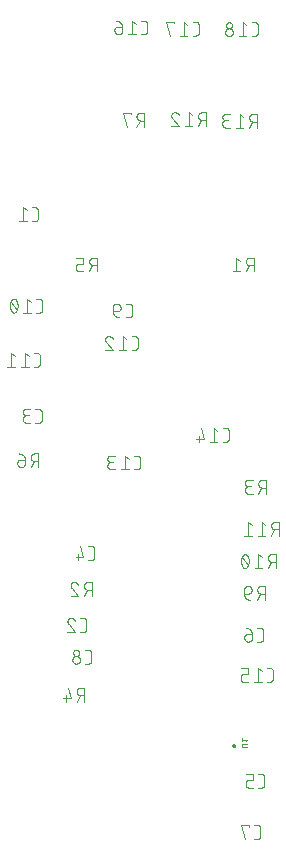
<source format=gbr>
G04 EAGLE Gerber RS-274X export*
G75*
%MOMM*%
%FSLAX34Y34*%
%LPD*%
%INSilkscreen Bottom*%
%IPPOS*%
%AMOC8*
5,1,8,0,0,1.08239X$1,22.5*%
G01*
%ADD10C,0.101600*%
%ADD11C,0.140000*%
%ADD12C,0.050800*%


D10*
X110902Y601616D02*
X113498Y601616D01*
X113597Y601618D01*
X113697Y601624D01*
X113796Y601633D01*
X113894Y601646D01*
X113992Y601663D01*
X114090Y601684D01*
X114186Y601709D01*
X114281Y601737D01*
X114375Y601769D01*
X114468Y601804D01*
X114560Y601843D01*
X114650Y601886D01*
X114738Y601931D01*
X114825Y601981D01*
X114909Y602033D01*
X114992Y602089D01*
X115072Y602147D01*
X115150Y602209D01*
X115225Y602274D01*
X115298Y602342D01*
X115368Y602412D01*
X115436Y602485D01*
X115501Y602560D01*
X115563Y602638D01*
X115621Y602718D01*
X115677Y602801D01*
X115729Y602885D01*
X115779Y602972D01*
X115824Y603060D01*
X115867Y603150D01*
X115906Y603242D01*
X115941Y603335D01*
X115973Y603429D01*
X116001Y603524D01*
X116026Y603620D01*
X116047Y603718D01*
X116064Y603816D01*
X116077Y603914D01*
X116086Y604013D01*
X116092Y604113D01*
X116094Y604212D01*
X116095Y604212D02*
X116095Y610704D01*
X116094Y610704D02*
X116092Y610803D01*
X116086Y610903D01*
X116077Y611002D01*
X116064Y611100D01*
X116047Y611198D01*
X116026Y611296D01*
X116001Y611392D01*
X115973Y611487D01*
X115941Y611581D01*
X115906Y611674D01*
X115867Y611766D01*
X115824Y611856D01*
X115779Y611944D01*
X115729Y612031D01*
X115677Y612115D01*
X115621Y612198D01*
X115563Y612278D01*
X115501Y612356D01*
X115436Y612431D01*
X115368Y612504D01*
X115298Y612574D01*
X115225Y612642D01*
X115150Y612707D01*
X115072Y612769D01*
X114992Y612827D01*
X114909Y612883D01*
X114825Y612935D01*
X114738Y612985D01*
X114650Y613030D01*
X114560Y613073D01*
X114468Y613112D01*
X114375Y613147D01*
X114281Y613179D01*
X114186Y613207D01*
X114090Y613232D01*
X113992Y613253D01*
X113894Y613270D01*
X113796Y613283D01*
X113697Y613292D01*
X113597Y613298D01*
X113498Y613300D01*
X110902Y613300D01*
X106536Y610704D02*
X103291Y613300D01*
X103291Y601616D01*
X106536Y601616D02*
X100045Y601616D01*
X114648Y524064D02*
X117244Y524064D01*
X117343Y524066D01*
X117443Y524072D01*
X117542Y524081D01*
X117640Y524094D01*
X117738Y524111D01*
X117836Y524132D01*
X117932Y524157D01*
X118027Y524185D01*
X118121Y524217D01*
X118214Y524252D01*
X118306Y524291D01*
X118396Y524334D01*
X118484Y524379D01*
X118571Y524429D01*
X118655Y524481D01*
X118738Y524537D01*
X118818Y524595D01*
X118896Y524657D01*
X118971Y524722D01*
X119044Y524790D01*
X119114Y524860D01*
X119182Y524933D01*
X119247Y525008D01*
X119309Y525086D01*
X119367Y525166D01*
X119423Y525249D01*
X119475Y525333D01*
X119525Y525420D01*
X119570Y525508D01*
X119613Y525598D01*
X119652Y525690D01*
X119687Y525783D01*
X119719Y525877D01*
X119747Y525972D01*
X119772Y526068D01*
X119793Y526166D01*
X119810Y526264D01*
X119823Y526362D01*
X119832Y526461D01*
X119838Y526561D01*
X119840Y526660D01*
X119841Y526660D02*
X119841Y533151D01*
X119840Y533151D02*
X119838Y533250D01*
X119832Y533350D01*
X119823Y533449D01*
X119810Y533547D01*
X119793Y533645D01*
X119772Y533743D01*
X119747Y533839D01*
X119719Y533934D01*
X119687Y534028D01*
X119652Y534121D01*
X119613Y534213D01*
X119570Y534303D01*
X119525Y534391D01*
X119475Y534478D01*
X119423Y534562D01*
X119367Y534645D01*
X119309Y534725D01*
X119247Y534803D01*
X119182Y534878D01*
X119114Y534951D01*
X119044Y535021D01*
X118971Y535089D01*
X118896Y535154D01*
X118818Y535216D01*
X118738Y535274D01*
X118655Y535330D01*
X118571Y535382D01*
X118484Y535432D01*
X118396Y535477D01*
X118306Y535520D01*
X118214Y535559D01*
X118121Y535594D01*
X118027Y535626D01*
X117932Y535654D01*
X117836Y535679D01*
X117738Y535700D01*
X117640Y535717D01*
X117542Y535730D01*
X117443Y535739D01*
X117343Y535745D01*
X117244Y535747D01*
X117244Y535748D02*
X114648Y535748D01*
X110283Y533151D02*
X107037Y535748D01*
X107037Y524064D01*
X103792Y524064D02*
X110283Y524064D01*
X98853Y529906D02*
X98850Y530136D01*
X98842Y530366D01*
X98828Y530595D01*
X98809Y530824D01*
X98784Y531053D01*
X98754Y531281D01*
X98719Y531508D01*
X98678Y531734D01*
X98632Y531959D01*
X98580Y532183D01*
X98523Y532406D01*
X98461Y532627D01*
X98393Y532847D01*
X98320Y533065D01*
X98242Y533281D01*
X98159Y533495D01*
X98071Y533708D01*
X97978Y533918D01*
X97879Y534125D01*
X97846Y534215D01*
X97810Y534304D01*
X97770Y534392D01*
X97726Y534477D01*
X97679Y534561D01*
X97629Y534643D01*
X97575Y534723D01*
X97519Y534800D01*
X97459Y534876D01*
X97396Y534949D01*
X97331Y535019D01*
X97262Y535087D01*
X97191Y535151D01*
X97118Y535213D01*
X97042Y535272D01*
X96964Y535328D01*
X96883Y535381D01*
X96801Y535430D01*
X96717Y535476D01*
X96630Y535519D01*
X96543Y535558D01*
X96453Y535594D01*
X96363Y535626D01*
X96271Y535654D01*
X96178Y535679D01*
X96084Y535700D01*
X95990Y535717D01*
X95895Y535731D01*
X95799Y535740D01*
X95703Y535746D01*
X95607Y535748D01*
X95511Y535746D01*
X95415Y535740D01*
X95319Y535731D01*
X95224Y535717D01*
X95130Y535700D01*
X95036Y535679D01*
X94943Y535654D01*
X94851Y535626D01*
X94761Y535594D01*
X94671Y535558D01*
X94584Y535519D01*
X94497Y535476D01*
X94413Y535430D01*
X94331Y535381D01*
X94250Y535328D01*
X94172Y535272D01*
X94096Y535213D01*
X94023Y535151D01*
X93952Y535087D01*
X93883Y535019D01*
X93818Y534949D01*
X93755Y534876D01*
X93695Y534801D01*
X93639Y534723D01*
X93585Y534643D01*
X93535Y534561D01*
X93488Y534477D01*
X93445Y534392D01*
X93404Y534304D01*
X93368Y534215D01*
X93335Y534125D01*
X93336Y534125D02*
X93237Y533917D01*
X93144Y533707D01*
X93056Y533495D01*
X92973Y533281D01*
X92895Y533064D01*
X92822Y532846D01*
X92754Y532627D01*
X92692Y532405D01*
X92635Y532183D01*
X92583Y531959D01*
X92537Y531734D01*
X92496Y531508D01*
X92461Y531280D01*
X92431Y531053D01*
X92406Y530824D01*
X92387Y530595D01*
X92373Y530366D01*
X92365Y530136D01*
X92362Y529906D01*
X98853Y529906D02*
X98850Y529676D01*
X98842Y529446D01*
X98828Y529217D01*
X98809Y528988D01*
X98784Y528759D01*
X98754Y528531D01*
X98719Y528304D01*
X98678Y528078D01*
X98632Y527853D01*
X98580Y527629D01*
X98523Y527406D01*
X98461Y527185D01*
X98393Y526965D01*
X98320Y526747D01*
X98242Y526531D01*
X98159Y526317D01*
X98071Y526105D01*
X97978Y525894D01*
X97879Y525687D01*
X97879Y525686D02*
X97846Y525596D01*
X97810Y525507D01*
X97769Y525419D01*
X97726Y525334D01*
X97679Y525250D01*
X97629Y525168D01*
X97575Y525088D01*
X97519Y525011D01*
X97459Y524935D01*
X97396Y524862D01*
X97331Y524792D01*
X97262Y524724D01*
X97191Y524660D01*
X97118Y524598D01*
X97042Y524539D01*
X96964Y524483D01*
X96883Y524430D01*
X96801Y524381D01*
X96717Y524335D01*
X96630Y524292D01*
X96543Y524253D01*
X96453Y524217D01*
X96363Y524185D01*
X96271Y524157D01*
X96178Y524132D01*
X96084Y524111D01*
X95990Y524094D01*
X95895Y524080D01*
X95799Y524071D01*
X95703Y524065D01*
X95607Y524063D01*
X93335Y525687D02*
X93236Y525894D01*
X93143Y526105D01*
X93055Y526317D01*
X92972Y526531D01*
X92894Y526747D01*
X92821Y526965D01*
X92753Y527185D01*
X92691Y527406D01*
X92634Y527629D01*
X92582Y527853D01*
X92536Y528078D01*
X92495Y528304D01*
X92460Y528531D01*
X92430Y528759D01*
X92405Y528988D01*
X92386Y529217D01*
X92372Y529446D01*
X92364Y529676D01*
X92361Y529906D01*
X93335Y525686D02*
X93368Y525596D01*
X93404Y525507D01*
X93445Y525419D01*
X93488Y525334D01*
X93535Y525250D01*
X93585Y525168D01*
X93639Y525088D01*
X93695Y525010D01*
X93755Y524935D01*
X93818Y524862D01*
X93883Y524792D01*
X93952Y524724D01*
X94023Y524660D01*
X94096Y524598D01*
X94172Y524539D01*
X94250Y524483D01*
X94331Y524430D01*
X94413Y524381D01*
X94497Y524335D01*
X94584Y524292D01*
X94671Y524253D01*
X94761Y524217D01*
X94851Y524185D01*
X94943Y524157D01*
X95036Y524132D01*
X95130Y524111D01*
X95224Y524094D01*
X95319Y524080D01*
X95415Y524071D01*
X95511Y524065D01*
X95607Y524063D01*
X98204Y526660D02*
X93011Y533151D01*
X112502Y478191D02*
X115098Y478191D01*
X115197Y478193D01*
X115297Y478199D01*
X115396Y478208D01*
X115494Y478221D01*
X115592Y478238D01*
X115690Y478259D01*
X115786Y478284D01*
X115881Y478312D01*
X115975Y478344D01*
X116068Y478379D01*
X116160Y478418D01*
X116250Y478461D01*
X116338Y478506D01*
X116425Y478556D01*
X116509Y478608D01*
X116592Y478664D01*
X116672Y478722D01*
X116750Y478784D01*
X116825Y478849D01*
X116898Y478917D01*
X116968Y478987D01*
X117036Y479060D01*
X117101Y479135D01*
X117163Y479213D01*
X117221Y479293D01*
X117277Y479376D01*
X117329Y479460D01*
X117379Y479547D01*
X117424Y479635D01*
X117467Y479725D01*
X117506Y479817D01*
X117541Y479910D01*
X117573Y480004D01*
X117601Y480099D01*
X117626Y480195D01*
X117647Y480293D01*
X117664Y480391D01*
X117677Y480489D01*
X117686Y480588D01*
X117692Y480688D01*
X117694Y480787D01*
X117694Y487279D01*
X117692Y487378D01*
X117686Y487478D01*
X117677Y487577D01*
X117664Y487675D01*
X117647Y487773D01*
X117626Y487871D01*
X117601Y487967D01*
X117573Y488062D01*
X117541Y488156D01*
X117506Y488249D01*
X117467Y488341D01*
X117424Y488431D01*
X117379Y488519D01*
X117329Y488606D01*
X117277Y488690D01*
X117221Y488773D01*
X117163Y488853D01*
X117101Y488931D01*
X117036Y489006D01*
X116968Y489079D01*
X116898Y489149D01*
X116825Y489217D01*
X116750Y489282D01*
X116672Y489344D01*
X116592Y489402D01*
X116509Y489458D01*
X116425Y489510D01*
X116338Y489560D01*
X116250Y489605D01*
X116160Y489648D01*
X116068Y489687D01*
X115975Y489722D01*
X115881Y489754D01*
X115786Y489782D01*
X115690Y489807D01*
X115592Y489828D01*
X115494Y489845D01*
X115396Y489858D01*
X115297Y489867D01*
X115197Y489873D01*
X115098Y489875D01*
X112502Y489875D01*
X108136Y487279D02*
X104891Y489875D01*
X104891Y478191D01*
X108136Y478191D02*
X101645Y478191D01*
X96706Y487279D02*
X93461Y489875D01*
X93461Y478191D01*
X96706Y478191D02*
X90215Y478191D01*
X195331Y492366D02*
X197928Y492366D01*
X197928Y492367D02*
X198027Y492369D01*
X198127Y492375D01*
X198226Y492384D01*
X198324Y492397D01*
X198422Y492414D01*
X198520Y492435D01*
X198616Y492460D01*
X198711Y492488D01*
X198805Y492520D01*
X198898Y492555D01*
X198990Y492594D01*
X199080Y492637D01*
X199168Y492682D01*
X199255Y492732D01*
X199339Y492784D01*
X199422Y492840D01*
X199502Y492898D01*
X199580Y492960D01*
X199655Y493025D01*
X199728Y493093D01*
X199798Y493163D01*
X199866Y493236D01*
X199931Y493311D01*
X199993Y493389D01*
X200051Y493469D01*
X200107Y493552D01*
X200159Y493636D01*
X200209Y493723D01*
X200254Y493811D01*
X200297Y493901D01*
X200336Y493993D01*
X200371Y494086D01*
X200403Y494180D01*
X200431Y494275D01*
X200456Y494371D01*
X200477Y494469D01*
X200494Y494567D01*
X200507Y494665D01*
X200516Y494764D01*
X200522Y494864D01*
X200524Y494963D01*
X200524Y501454D01*
X200522Y501553D01*
X200516Y501653D01*
X200507Y501752D01*
X200494Y501850D01*
X200477Y501948D01*
X200456Y502046D01*
X200431Y502142D01*
X200403Y502237D01*
X200371Y502331D01*
X200336Y502424D01*
X200297Y502516D01*
X200254Y502606D01*
X200209Y502694D01*
X200159Y502781D01*
X200107Y502865D01*
X200051Y502948D01*
X199993Y503028D01*
X199931Y503106D01*
X199866Y503181D01*
X199798Y503254D01*
X199728Y503324D01*
X199655Y503392D01*
X199580Y503457D01*
X199502Y503519D01*
X199422Y503577D01*
X199339Y503633D01*
X199255Y503685D01*
X199168Y503735D01*
X199080Y503780D01*
X198990Y503823D01*
X198898Y503862D01*
X198805Y503897D01*
X198711Y503929D01*
X198616Y503957D01*
X198520Y503982D01*
X198422Y504003D01*
X198324Y504020D01*
X198226Y504033D01*
X198127Y504042D01*
X198027Y504048D01*
X197928Y504050D01*
X195331Y504050D01*
X190966Y501454D02*
X187720Y504050D01*
X187720Y492366D01*
X184475Y492366D02*
X190966Y492366D01*
X175966Y504050D02*
X175859Y504048D01*
X175753Y504042D01*
X175647Y504032D01*
X175541Y504019D01*
X175435Y504001D01*
X175331Y503980D01*
X175227Y503955D01*
X175124Y503926D01*
X175023Y503894D01*
X174923Y503857D01*
X174824Y503817D01*
X174726Y503774D01*
X174630Y503727D01*
X174536Y503676D01*
X174444Y503622D01*
X174354Y503565D01*
X174266Y503505D01*
X174181Y503441D01*
X174098Y503374D01*
X174017Y503304D01*
X173939Y503232D01*
X173863Y503156D01*
X173791Y503078D01*
X173721Y502997D01*
X173654Y502914D01*
X173590Y502829D01*
X173530Y502741D01*
X173473Y502651D01*
X173419Y502559D01*
X173368Y502465D01*
X173321Y502369D01*
X173278Y502271D01*
X173238Y502172D01*
X173201Y502072D01*
X173169Y501971D01*
X173140Y501868D01*
X173115Y501764D01*
X173094Y501660D01*
X173076Y501554D01*
X173063Y501448D01*
X173053Y501342D01*
X173047Y501236D01*
X173045Y501129D01*
X175966Y504051D02*
X176087Y504049D01*
X176208Y504043D01*
X176328Y504033D01*
X176449Y504020D01*
X176568Y504002D01*
X176688Y503981D01*
X176806Y503956D01*
X176923Y503927D01*
X177040Y503894D01*
X177155Y503858D01*
X177269Y503817D01*
X177382Y503774D01*
X177494Y503726D01*
X177603Y503675D01*
X177711Y503620D01*
X177818Y503562D01*
X177922Y503501D01*
X178024Y503436D01*
X178124Y503368D01*
X178222Y503297D01*
X178318Y503223D01*
X178411Y503146D01*
X178501Y503065D01*
X178589Y502982D01*
X178674Y502896D01*
X178757Y502807D01*
X178836Y502716D01*
X178913Y502622D01*
X178986Y502526D01*
X179056Y502428D01*
X179123Y502327D01*
X179187Y502224D01*
X179248Y502119D01*
X179305Y502012D01*
X179358Y501904D01*
X179408Y501794D01*
X179454Y501682D01*
X179497Y501569D01*
X179536Y501454D01*
X174019Y498857D02*
X173940Y498935D01*
X173864Y499015D01*
X173791Y499098D01*
X173721Y499184D01*
X173654Y499271D01*
X173590Y499362D01*
X173530Y499454D01*
X173472Y499548D01*
X173418Y499645D01*
X173368Y499743D01*
X173321Y499843D01*
X173277Y499944D01*
X173237Y500047D01*
X173201Y500152D01*
X173169Y500257D01*
X173140Y500364D01*
X173115Y500471D01*
X173093Y500580D01*
X173076Y500689D01*
X173062Y500798D01*
X173053Y500908D01*
X173047Y501019D01*
X173045Y501129D01*
X174018Y498857D02*
X179536Y492366D01*
X173045Y492366D01*
X197114Y391232D02*
X199711Y391232D01*
X199810Y391234D01*
X199910Y391240D01*
X200009Y391249D01*
X200107Y391262D01*
X200205Y391279D01*
X200303Y391300D01*
X200399Y391325D01*
X200494Y391353D01*
X200588Y391385D01*
X200681Y391420D01*
X200773Y391459D01*
X200863Y391502D01*
X200951Y391547D01*
X201038Y391597D01*
X201122Y391649D01*
X201205Y391705D01*
X201285Y391763D01*
X201363Y391825D01*
X201438Y391890D01*
X201511Y391958D01*
X201581Y392028D01*
X201649Y392101D01*
X201714Y392176D01*
X201776Y392254D01*
X201834Y392334D01*
X201890Y392417D01*
X201942Y392501D01*
X201992Y392588D01*
X202037Y392676D01*
X202080Y392766D01*
X202119Y392858D01*
X202154Y392951D01*
X202186Y393045D01*
X202214Y393140D01*
X202239Y393236D01*
X202260Y393334D01*
X202277Y393432D01*
X202290Y393530D01*
X202299Y393629D01*
X202305Y393729D01*
X202307Y393828D01*
X202307Y400319D01*
X202305Y400418D01*
X202299Y400518D01*
X202290Y400617D01*
X202277Y400715D01*
X202260Y400813D01*
X202239Y400911D01*
X202214Y401007D01*
X202186Y401102D01*
X202154Y401196D01*
X202119Y401289D01*
X202080Y401381D01*
X202037Y401471D01*
X201992Y401559D01*
X201942Y401646D01*
X201890Y401730D01*
X201834Y401813D01*
X201776Y401893D01*
X201714Y401971D01*
X201649Y402046D01*
X201581Y402119D01*
X201511Y402189D01*
X201438Y402257D01*
X201363Y402322D01*
X201285Y402384D01*
X201205Y402442D01*
X201122Y402498D01*
X201038Y402550D01*
X200951Y402600D01*
X200863Y402645D01*
X200773Y402688D01*
X200681Y402727D01*
X200588Y402762D01*
X200494Y402794D01*
X200399Y402822D01*
X200303Y402847D01*
X200205Y402868D01*
X200107Y402885D01*
X200009Y402898D01*
X199910Y402907D01*
X199810Y402913D01*
X199711Y402915D01*
X199711Y402916D02*
X197114Y402916D01*
X192749Y400319D02*
X189503Y402916D01*
X189503Y391232D01*
X186258Y391232D02*
X192749Y391232D01*
X181319Y391232D02*
X178073Y391232D01*
X178073Y391231D02*
X177960Y391233D01*
X177847Y391239D01*
X177734Y391249D01*
X177621Y391263D01*
X177509Y391280D01*
X177398Y391302D01*
X177288Y391327D01*
X177178Y391357D01*
X177070Y391390D01*
X176963Y391427D01*
X176857Y391467D01*
X176753Y391512D01*
X176650Y391560D01*
X176549Y391611D01*
X176450Y391666D01*
X176353Y391724D01*
X176258Y391786D01*
X176165Y391851D01*
X176075Y391919D01*
X175987Y391990D01*
X175901Y392065D01*
X175818Y392142D01*
X175738Y392222D01*
X175661Y392305D01*
X175586Y392391D01*
X175515Y392479D01*
X175447Y392569D01*
X175382Y392662D01*
X175320Y392757D01*
X175262Y392854D01*
X175207Y392953D01*
X175156Y393054D01*
X175108Y393157D01*
X175063Y393261D01*
X175023Y393367D01*
X174986Y393474D01*
X174953Y393582D01*
X174923Y393692D01*
X174898Y393802D01*
X174876Y393913D01*
X174859Y394025D01*
X174845Y394138D01*
X174835Y394251D01*
X174829Y394364D01*
X174827Y394477D01*
X174829Y394590D01*
X174835Y394703D01*
X174845Y394816D01*
X174859Y394929D01*
X174876Y395041D01*
X174898Y395152D01*
X174923Y395262D01*
X174953Y395372D01*
X174986Y395480D01*
X175023Y395587D01*
X175063Y395693D01*
X175108Y395797D01*
X175156Y395900D01*
X175207Y396001D01*
X175262Y396100D01*
X175320Y396197D01*
X175382Y396292D01*
X175447Y396385D01*
X175515Y396475D01*
X175586Y396563D01*
X175661Y396649D01*
X175738Y396732D01*
X175818Y396812D01*
X175901Y396889D01*
X175987Y396964D01*
X176075Y397035D01*
X176165Y397103D01*
X176258Y397168D01*
X176353Y397230D01*
X176450Y397288D01*
X176549Y397343D01*
X176650Y397394D01*
X176753Y397442D01*
X176857Y397487D01*
X176963Y397527D01*
X177070Y397564D01*
X177178Y397597D01*
X177288Y397627D01*
X177398Y397652D01*
X177509Y397674D01*
X177621Y397691D01*
X177734Y397705D01*
X177847Y397715D01*
X177960Y397721D01*
X178073Y397723D01*
X177424Y402916D02*
X181319Y402916D01*
X177424Y402915D02*
X177323Y402913D01*
X177223Y402907D01*
X177123Y402897D01*
X177023Y402884D01*
X176924Y402866D01*
X176825Y402845D01*
X176728Y402820D01*
X176631Y402791D01*
X176536Y402758D01*
X176442Y402722D01*
X176350Y402682D01*
X176259Y402639D01*
X176170Y402592D01*
X176083Y402542D01*
X175997Y402488D01*
X175914Y402431D01*
X175834Y402371D01*
X175755Y402308D01*
X175679Y402241D01*
X175606Y402172D01*
X175536Y402100D01*
X175468Y402026D01*
X175403Y401949D01*
X175342Y401869D01*
X175283Y401787D01*
X175228Y401703D01*
X175176Y401617D01*
X175127Y401529D01*
X175082Y401439D01*
X175040Y401347D01*
X175002Y401254D01*
X174968Y401159D01*
X174937Y401064D01*
X174910Y400967D01*
X174887Y400869D01*
X174867Y400770D01*
X174852Y400670D01*
X174840Y400570D01*
X174832Y400470D01*
X174828Y400369D01*
X174828Y400269D01*
X174832Y400168D01*
X174840Y400068D01*
X174852Y399968D01*
X174867Y399868D01*
X174887Y399769D01*
X174910Y399671D01*
X174937Y399574D01*
X174968Y399479D01*
X175002Y399384D01*
X175040Y399291D01*
X175082Y399199D01*
X175127Y399109D01*
X175176Y399021D01*
X175228Y398935D01*
X175283Y398851D01*
X175342Y398769D01*
X175403Y398689D01*
X175468Y398612D01*
X175536Y398538D01*
X175606Y398466D01*
X175679Y398397D01*
X175755Y398330D01*
X175834Y398267D01*
X175914Y398207D01*
X175997Y398150D01*
X176083Y398096D01*
X176170Y398046D01*
X176259Y397999D01*
X176350Y397956D01*
X176442Y397916D01*
X176536Y397880D01*
X176631Y397847D01*
X176728Y397818D01*
X176825Y397793D01*
X176924Y397772D01*
X177023Y397754D01*
X177123Y397741D01*
X177223Y397731D01*
X177323Y397725D01*
X177424Y397723D01*
X180021Y397723D01*
X272384Y414778D02*
X274981Y414778D01*
X275080Y414780D01*
X275180Y414786D01*
X275279Y414795D01*
X275377Y414808D01*
X275475Y414825D01*
X275573Y414846D01*
X275669Y414871D01*
X275764Y414899D01*
X275858Y414931D01*
X275951Y414966D01*
X276043Y415005D01*
X276133Y415048D01*
X276221Y415093D01*
X276308Y415143D01*
X276392Y415195D01*
X276475Y415251D01*
X276555Y415309D01*
X276633Y415371D01*
X276708Y415436D01*
X276781Y415504D01*
X276851Y415574D01*
X276919Y415647D01*
X276984Y415722D01*
X277046Y415800D01*
X277104Y415880D01*
X277160Y415963D01*
X277212Y416047D01*
X277262Y416134D01*
X277307Y416222D01*
X277350Y416312D01*
X277389Y416404D01*
X277424Y416497D01*
X277456Y416591D01*
X277484Y416686D01*
X277509Y416782D01*
X277530Y416880D01*
X277547Y416978D01*
X277560Y417076D01*
X277569Y417175D01*
X277575Y417275D01*
X277577Y417374D01*
X277577Y423866D01*
X277575Y423965D01*
X277569Y424065D01*
X277560Y424164D01*
X277547Y424262D01*
X277530Y424360D01*
X277509Y424458D01*
X277484Y424554D01*
X277456Y424649D01*
X277424Y424743D01*
X277389Y424836D01*
X277350Y424928D01*
X277307Y425018D01*
X277262Y425106D01*
X277212Y425193D01*
X277160Y425277D01*
X277104Y425360D01*
X277046Y425440D01*
X276984Y425518D01*
X276919Y425593D01*
X276851Y425666D01*
X276781Y425736D01*
X276708Y425804D01*
X276633Y425869D01*
X276555Y425931D01*
X276475Y425989D01*
X276392Y426045D01*
X276308Y426097D01*
X276221Y426147D01*
X276133Y426192D01*
X276043Y426235D01*
X275951Y426274D01*
X275858Y426309D01*
X275764Y426341D01*
X275669Y426369D01*
X275573Y426394D01*
X275475Y426415D01*
X275377Y426432D01*
X275279Y426445D01*
X275180Y426454D01*
X275080Y426460D01*
X274981Y426462D01*
X272384Y426462D01*
X268019Y423866D02*
X264773Y426462D01*
X264773Y414778D01*
X261528Y414778D02*
X268019Y414778D01*
X256589Y417374D02*
X253992Y426462D01*
X256589Y417374D02*
X250098Y417374D01*
X252045Y419971D02*
X252045Y414778D01*
X309851Y211446D02*
X312448Y211446D01*
X312448Y211447D02*
X312547Y211449D01*
X312647Y211455D01*
X312746Y211464D01*
X312844Y211477D01*
X312942Y211494D01*
X313040Y211515D01*
X313136Y211540D01*
X313231Y211568D01*
X313325Y211600D01*
X313418Y211635D01*
X313510Y211674D01*
X313600Y211717D01*
X313688Y211762D01*
X313775Y211812D01*
X313859Y211864D01*
X313942Y211920D01*
X314022Y211978D01*
X314100Y212040D01*
X314175Y212105D01*
X314248Y212173D01*
X314318Y212243D01*
X314386Y212316D01*
X314451Y212391D01*
X314513Y212469D01*
X314571Y212549D01*
X314627Y212632D01*
X314679Y212716D01*
X314729Y212803D01*
X314774Y212891D01*
X314817Y212981D01*
X314856Y213073D01*
X314891Y213166D01*
X314923Y213260D01*
X314951Y213355D01*
X314976Y213451D01*
X314997Y213549D01*
X315014Y213647D01*
X315027Y213745D01*
X315036Y213844D01*
X315042Y213944D01*
X315044Y214043D01*
X315044Y220534D01*
X315042Y220633D01*
X315036Y220733D01*
X315027Y220832D01*
X315014Y220930D01*
X314997Y221028D01*
X314976Y221126D01*
X314951Y221222D01*
X314923Y221317D01*
X314891Y221411D01*
X314856Y221504D01*
X314817Y221596D01*
X314774Y221686D01*
X314729Y221774D01*
X314679Y221861D01*
X314627Y221945D01*
X314571Y222028D01*
X314513Y222108D01*
X314451Y222186D01*
X314386Y222261D01*
X314318Y222334D01*
X314248Y222404D01*
X314175Y222472D01*
X314100Y222537D01*
X314022Y222599D01*
X313942Y222657D01*
X313859Y222713D01*
X313775Y222765D01*
X313688Y222815D01*
X313600Y222860D01*
X313510Y222903D01*
X313418Y222942D01*
X313325Y222977D01*
X313231Y223009D01*
X313136Y223037D01*
X313040Y223062D01*
X312942Y223083D01*
X312844Y223100D01*
X312746Y223113D01*
X312647Y223122D01*
X312547Y223128D01*
X312448Y223130D01*
X309851Y223130D01*
X305486Y220534D02*
X302240Y223130D01*
X302240Y211446D01*
X298995Y211446D02*
X305486Y211446D01*
X294056Y211446D02*
X290161Y211446D01*
X290161Y211447D02*
X290062Y211449D01*
X289962Y211455D01*
X289863Y211464D01*
X289765Y211477D01*
X289667Y211494D01*
X289569Y211515D01*
X289473Y211540D01*
X289378Y211568D01*
X289284Y211600D01*
X289191Y211635D01*
X289099Y211674D01*
X289009Y211717D01*
X288921Y211762D01*
X288834Y211812D01*
X288750Y211864D01*
X288667Y211920D01*
X288587Y211978D01*
X288509Y212040D01*
X288434Y212105D01*
X288361Y212173D01*
X288291Y212243D01*
X288223Y212316D01*
X288158Y212391D01*
X288096Y212469D01*
X288038Y212549D01*
X287982Y212632D01*
X287930Y212716D01*
X287880Y212803D01*
X287835Y212891D01*
X287792Y212981D01*
X287753Y213073D01*
X287718Y213166D01*
X287686Y213260D01*
X287658Y213355D01*
X287633Y213451D01*
X287612Y213549D01*
X287595Y213647D01*
X287582Y213745D01*
X287573Y213844D01*
X287567Y213944D01*
X287565Y214043D01*
X287565Y215341D01*
X287567Y215440D01*
X287573Y215540D01*
X287582Y215639D01*
X287595Y215737D01*
X287612Y215835D01*
X287633Y215933D01*
X287658Y216029D01*
X287686Y216124D01*
X287718Y216218D01*
X287753Y216311D01*
X287792Y216403D01*
X287835Y216493D01*
X287880Y216581D01*
X287930Y216668D01*
X287982Y216752D01*
X288038Y216835D01*
X288096Y216915D01*
X288158Y216993D01*
X288223Y217068D01*
X288291Y217141D01*
X288361Y217211D01*
X288434Y217279D01*
X288509Y217344D01*
X288587Y217406D01*
X288667Y217464D01*
X288750Y217520D01*
X288834Y217572D01*
X288921Y217622D01*
X289009Y217667D01*
X289099Y217710D01*
X289191Y217749D01*
X289284Y217784D01*
X289378Y217816D01*
X289473Y217844D01*
X289569Y217869D01*
X289667Y217890D01*
X289765Y217907D01*
X289863Y217920D01*
X289962Y217929D01*
X290062Y217935D01*
X290161Y217937D01*
X294056Y217937D01*
X294056Y223130D01*
X287565Y223130D01*
X205691Y759572D02*
X203095Y759572D01*
X205691Y759572D02*
X205790Y759574D01*
X205890Y759580D01*
X205989Y759589D01*
X206087Y759602D01*
X206185Y759619D01*
X206283Y759640D01*
X206379Y759665D01*
X206474Y759693D01*
X206568Y759725D01*
X206661Y759760D01*
X206753Y759799D01*
X206843Y759842D01*
X206931Y759887D01*
X207018Y759937D01*
X207102Y759989D01*
X207185Y760045D01*
X207265Y760103D01*
X207343Y760165D01*
X207418Y760230D01*
X207491Y760298D01*
X207561Y760368D01*
X207629Y760441D01*
X207694Y760516D01*
X207756Y760594D01*
X207814Y760674D01*
X207870Y760757D01*
X207922Y760841D01*
X207972Y760928D01*
X208017Y761016D01*
X208060Y761106D01*
X208099Y761198D01*
X208134Y761291D01*
X208166Y761385D01*
X208194Y761480D01*
X208219Y761576D01*
X208240Y761674D01*
X208257Y761772D01*
X208270Y761870D01*
X208279Y761969D01*
X208285Y762069D01*
X208287Y762168D01*
X208288Y762168D02*
X208288Y768659D01*
X208287Y768659D02*
X208285Y768758D01*
X208279Y768858D01*
X208270Y768957D01*
X208257Y769055D01*
X208240Y769153D01*
X208219Y769251D01*
X208194Y769347D01*
X208166Y769442D01*
X208134Y769536D01*
X208099Y769629D01*
X208060Y769721D01*
X208017Y769811D01*
X207972Y769899D01*
X207922Y769986D01*
X207870Y770070D01*
X207814Y770153D01*
X207756Y770233D01*
X207694Y770311D01*
X207629Y770386D01*
X207561Y770459D01*
X207491Y770529D01*
X207418Y770597D01*
X207343Y770662D01*
X207265Y770724D01*
X207185Y770782D01*
X207102Y770838D01*
X207018Y770890D01*
X206931Y770940D01*
X206843Y770985D01*
X206753Y771028D01*
X206661Y771067D01*
X206568Y771102D01*
X206474Y771134D01*
X206379Y771162D01*
X206283Y771187D01*
X206185Y771208D01*
X206087Y771225D01*
X205989Y771238D01*
X205890Y771247D01*
X205790Y771253D01*
X205691Y771255D01*
X205691Y771256D02*
X203095Y771256D01*
X198730Y768659D02*
X195484Y771256D01*
X195484Y759572D01*
X198730Y759572D02*
X192238Y759572D01*
X187300Y766063D02*
X183405Y766063D01*
X183306Y766061D01*
X183206Y766055D01*
X183107Y766046D01*
X183009Y766033D01*
X182911Y766016D01*
X182813Y765995D01*
X182717Y765970D01*
X182622Y765942D01*
X182528Y765910D01*
X182435Y765875D01*
X182343Y765836D01*
X182253Y765793D01*
X182165Y765748D01*
X182078Y765698D01*
X181994Y765646D01*
X181911Y765590D01*
X181831Y765532D01*
X181753Y765470D01*
X181678Y765405D01*
X181605Y765337D01*
X181535Y765267D01*
X181467Y765194D01*
X181402Y765119D01*
X181340Y765041D01*
X181282Y764961D01*
X181226Y764878D01*
X181174Y764794D01*
X181124Y764707D01*
X181079Y764619D01*
X181036Y764529D01*
X180997Y764437D01*
X180962Y764344D01*
X180930Y764250D01*
X180902Y764155D01*
X180877Y764059D01*
X180856Y763961D01*
X180839Y763863D01*
X180826Y763765D01*
X180817Y763666D01*
X180811Y763566D01*
X180809Y763467D01*
X180808Y763467D02*
X180808Y762817D01*
X180810Y762704D01*
X180816Y762591D01*
X180826Y762478D01*
X180840Y762365D01*
X180857Y762253D01*
X180879Y762142D01*
X180904Y762032D01*
X180934Y761922D01*
X180967Y761814D01*
X181004Y761707D01*
X181044Y761601D01*
X181089Y761497D01*
X181137Y761394D01*
X181188Y761293D01*
X181243Y761194D01*
X181301Y761097D01*
X181363Y761002D01*
X181428Y760909D01*
X181496Y760819D01*
X181567Y760731D01*
X181642Y760645D01*
X181719Y760562D01*
X181799Y760482D01*
X181882Y760405D01*
X181968Y760330D01*
X182056Y760259D01*
X182146Y760191D01*
X182239Y760126D01*
X182334Y760064D01*
X182431Y760006D01*
X182530Y759951D01*
X182631Y759900D01*
X182734Y759852D01*
X182838Y759807D01*
X182944Y759767D01*
X183051Y759730D01*
X183159Y759697D01*
X183269Y759667D01*
X183379Y759642D01*
X183490Y759620D01*
X183602Y759603D01*
X183715Y759589D01*
X183828Y759579D01*
X183941Y759573D01*
X184054Y759571D01*
X184167Y759573D01*
X184280Y759579D01*
X184393Y759589D01*
X184506Y759603D01*
X184618Y759620D01*
X184729Y759642D01*
X184839Y759667D01*
X184949Y759697D01*
X185057Y759730D01*
X185164Y759767D01*
X185270Y759807D01*
X185374Y759852D01*
X185477Y759900D01*
X185578Y759951D01*
X185677Y760006D01*
X185774Y760064D01*
X185869Y760126D01*
X185962Y760191D01*
X186052Y760259D01*
X186140Y760330D01*
X186226Y760405D01*
X186309Y760482D01*
X186389Y760562D01*
X186466Y760645D01*
X186541Y760731D01*
X186612Y760819D01*
X186680Y760909D01*
X186745Y761002D01*
X186807Y761097D01*
X186865Y761194D01*
X186920Y761293D01*
X186971Y761394D01*
X187019Y761497D01*
X187064Y761601D01*
X187104Y761707D01*
X187141Y761814D01*
X187174Y761922D01*
X187204Y762032D01*
X187229Y762142D01*
X187251Y762253D01*
X187268Y762365D01*
X187282Y762478D01*
X187292Y762591D01*
X187298Y762704D01*
X187300Y762817D01*
X187300Y766063D01*
X187298Y766206D01*
X187292Y766349D01*
X187282Y766492D01*
X187268Y766634D01*
X187251Y766776D01*
X187229Y766918D01*
X187204Y767059D01*
X187174Y767199D01*
X187141Y767338D01*
X187104Y767476D01*
X187063Y767613D01*
X187019Y767749D01*
X186970Y767884D01*
X186918Y768017D01*
X186863Y768149D01*
X186803Y768279D01*
X186740Y768408D01*
X186674Y768535D01*
X186604Y768660D01*
X186531Y768782D01*
X186454Y768903D01*
X186374Y769022D01*
X186291Y769138D01*
X186205Y769253D01*
X186116Y769364D01*
X186023Y769474D01*
X185928Y769580D01*
X185829Y769684D01*
X185728Y769785D01*
X185624Y769884D01*
X185518Y769979D01*
X185408Y770072D01*
X185297Y770161D01*
X185182Y770247D01*
X185066Y770330D01*
X184947Y770410D01*
X184826Y770487D01*
X184704Y770560D01*
X184579Y770630D01*
X184452Y770696D01*
X184323Y770759D01*
X184193Y770819D01*
X184061Y770874D01*
X183928Y770926D01*
X183793Y770975D01*
X183657Y771019D01*
X183520Y771060D01*
X183382Y771097D01*
X183243Y771130D01*
X183103Y771160D01*
X182962Y771185D01*
X182820Y771207D01*
X182678Y771224D01*
X182536Y771238D01*
X182393Y771248D01*
X182250Y771254D01*
X182107Y771256D01*
X247015Y758592D02*
X249611Y758592D01*
X249611Y758593D02*
X249710Y758595D01*
X249810Y758601D01*
X249909Y758610D01*
X250007Y758623D01*
X250105Y758640D01*
X250203Y758661D01*
X250299Y758686D01*
X250394Y758714D01*
X250488Y758746D01*
X250581Y758781D01*
X250673Y758820D01*
X250763Y758863D01*
X250851Y758908D01*
X250938Y758958D01*
X251022Y759010D01*
X251105Y759066D01*
X251185Y759124D01*
X251263Y759186D01*
X251338Y759251D01*
X251411Y759319D01*
X251481Y759389D01*
X251549Y759462D01*
X251614Y759537D01*
X251676Y759615D01*
X251734Y759695D01*
X251790Y759778D01*
X251842Y759862D01*
X251892Y759949D01*
X251937Y760037D01*
X251980Y760127D01*
X252019Y760219D01*
X252054Y760312D01*
X252086Y760406D01*
X252114Y760501D01*
X252139Y760597D01*
X252160Y760695D01*
X252177Y760793D01*
X252190Y760891D01*
X252199Y760990D01*
X252205Y761090D01*
X252207Y761189D01*
X252208Y761189D02*
X252208Y767680D01*
X252207Y767680D02*
X252205Y767779D01*
X252199Y767879D01*
X252190Y767978D01*
X252177Y768076D01*
X252160Y768174D01*
X252139Y768272D01*
X252114Y768368D01*
X252086Y768463D01*
X252054Y768557D01*
X252019Y768650D01*
X251980Y768742D01*
X251937Y768832D01*
X251892Y768920D01*
X251842Y769007D01*
X251790Y769091D01*
X251734Y769174D01*
X251676Y769254D01*
X251614Y769332D01*
X251549Y769407D01*
X251481Y769480D01*
X251411Y769550D01*
X251338Y769618D01*
X251263Y769683D01*
X251185Y769745D01*
X251105Y769803D01*
X251022Y769859D01*
X250938Y769911D01*
X250851Y769961D01*
X250763Y770006D01*
X250673Y770049D01*
X250581Y770088D01*
X250488Y770123D01*
X250394Y770155D01*
X250299Y770183D01*
X250203Y770208D01*
X250105Y770229D01*
X250007Y770246D01*
X249909Y770259D01*
X249810Y770268D01*
X249710Y770274D01*
X249611Y770276D01*
X247015Y770276D01*
X242650Y767680D02*
X239404Y770276D01*
X239404Y758592D01*
X242650Y758592D02*
X236158Y758592D01*
X231220Y768978D02*
X231220Y770276D01*
X224728Y770276D01*
X227974Y758592D01*
X296882Y758180D02*
X299479Y758180D01*
X299578Y758182D01*
X299678Y758188D01*
X299777Y758197D01*
X299875Y758210D01*
X299973Y758227D01*
X300071Y758248D01*
X300167Y758273D01*
X300262Y758301D01*
X300356Y758333D01*
X300449Y758368D01*
X300541Y758407D01*
X300631Y758450D01*
X300719Y758495D01*
X300806Y758545D01*
X300890Y758597D01*
X300973Y758653D01*
X301053Y758711D01*
X301131Y758773D01*
X301206Y758838D01*
X301279Y758906D01*
X301349Y758976D01*
X301417Y759049D01*
X301482Y759124D01*
X301544Y759202D01*
X301602Y759282D01*
X301658Y759365D01*
X301710Y759449D01*
X301760Y759536D01*
X301805Y759624D01*
X301848Y759714D01*
X301887Y759806D01*
X301922Y759899D01*
X301954Y759993D01*
X301982Y760088D01*
X302007Y760184D01*
X302028Y760282D01*
X302045Y760380D01*
X302058Y760478D01*
X302067Y760577D01*
X302073Y760677D01*
X302075Y760776D01*
X302075Y767267D01*
X302073Y767366D01*
X302067Y767466D01*
X302058Y767565D01*
X302045Y767663D01*
X302028Y767761D01*
X302007Y767859D01*
X301982Y767955D01*
X301954Y768050D01*
X301922Y768144D01*
X301887Y768237D01*
X301848Y768329D01*
X301805Y768419D01*
X301760Y768507D01*
X301710Y768594D01*
X301658Y768678D01*
X301602Y768761D01*
X301544Y768841D01*
X301482Y768919D01*
X301417Y768994D01*
X301349Y769067D01*
X301279Y769137D01*
X301206Y769205D01*
X301131Y769270D01*
X301053Y769332D01*
X300973Y769390D01*
X300890Y769446D01*
X300806Y769498D01*
X300719Y769548D01*
X300631Y769593D01*
X300541Y769636D01*
X300449Y769675D01*
X300356Y769710D01*
X300262Y769742D01*
X300167Y769770D01*
X300071Y769795D01*
X299973Y769816D01*
X299875Y769833D01*
X299777Y769846D01*
X299678Y769855D01*
X299578Y769861D01*
X299479Y769863D01*
X299479Y769864D02*
X296882Y769864D01*
X292517Y767267D02*
X289271Y769864D01*
X289271Y758180D01*
X286026Y758180D02*
X292517Y758180D01*
X281087Y761425D02*
X281085Y761538D01*
X281079Y761651D01*
X281069Y761764D01*
X281055Y761877D01*
X281038Y761989D01*
X281016Y762100D01*
X280991Y762210D01*
X280961Y762320D01*
X280928Y762428D01*
X280891Y762535D01*
X280851Y762641D01*
X280806Y762745D01*
X280758Y762848D01*
X280707Y762949D01*
X280652Y763048D01*
X280594Y763145D01*
X280532Y763240D01*
X280467Y763333D01*
X280399Y763423D01*
X280328Y763511D01*
X280253Y763597D01*
X280176Y763680D01*
X280096Y763760D01*
X280013Y763837D01*
X279927Y763912D01*
X279839Y763983D01*
X279749Y764051D01*
X279656Y764116D01*
X279561Y764178D01*
X279464Y764236D01*
X279365Y764291D01*
X279264Y764342D01*
X279161Y764390D01*
X279057Y764435D01*
X278951Y764475D01*
X278844Y764512D01*
X278736Y764545D01*
X278626Y764575D01*
X278516Y764600D01*
X278405Y764622D01*
X278293Y764639D01*
X278180Y764653D01*
X278067Y764663D01*
X277954Y764669D01*
X277841Y764671D01*
X277728Y764669D01*
X277615Y764663D01*
X277502Y764653D01*
X277389Y764639D01*
X277277Y764622D01*
X277166Y764600D01*
X277056Y764575D01*
X276946Y764545D01*
X276838Y764512D01*
X276731Y764475D01*
X276625Y764435D01*
X276521Y764390D01*
X276418Y764342D01*
X276317Y764291D01*
X276218Y764236D01*
X276121Y764178D01*
X276026Y764116D01*
X275933Y764051D01*
X275843Y763983D01*
X275755Y763912D01*
X275669Y763837D01*
X275586Y763760D01*
X275506Y763680D01*
X275429Y763597D01*
X275354Y763511D01*
X275283Y763423D01*
X275215Y763333D01*
X275150Y763240D01*
X275088Y763145D01*
X275030Y763048D01*
X274975Y762949D01*
X274924Y762848D01*
X274876Y762745D01*
X274831Y762641D01*
X274791Y762535D01*
X274754Y762428D01*
X274721Y762320D01*
X274691Y762210D01*
X274666Y762100D01*
X274644Y761989D01*
X274627Y761877D01*
X274613Y761764D01*
X274603Y761651D01*
X274597Y761538D01*
X274595Y761425D01*
X274597Y761312D01*
X274603Y761199D01*
X274613Y761086D01*
X274627Y760973D01*
X274644Y760861D01*
X274666Y760750D01*
X274691Y760640D01*
X274721Y760530D01*
X274754Y760422D01*
X274791Y760315D01*
X274831Y760209D01*
X274876Y760105D01*
X274924Y760002D01*
X274975Y759901D01*
X275030Y759802D01*
X275088Y759705D01*
X275150Y759610D01*
X275215Y759517D01*
X275283Y759427D01*
X275354Y759339D01*
X275429Y759253D01*
X275506Y759170D01*
X275586Y759090D01*
X275669Y759013D01*
X275755Y758938D01*
X275843Y758867D01*
X275933Y758799D01*
X276026Y758734D01*
X276121Y758672D01*
X276218Y758614D01*
X276317Y758559D01*
X276418Y758508D01*
X276521Y758460D01*
X276625Y758415D01*
X276731Y758375D01*
X276838Y758338D01*
X276946Y758305D01*
X277056Y758275D01*
X277166Y758250D01*
X277277Y758228D01*
X277389Y758211D01*
X277502Y758197D01*
X277615Y758187D01*
X277728Y758181D01*
X277841Y758179D01*
X277954Y758181D01*
X278067Y758187D01*
X278180Y758197D01*
X278293Y758211D01*
X278405Y758228D01*
X278516Y758250D01*
X278626Y758275D01*
X278736Y758305D01*
X278844Y758338D01*
X278951Y758375D01*
X279057Y758415D01*
X279161Y758460D01*
X279264Y758508D01*
X279365Y758559D01*
X279464Y758614D01*
X279561Y758672D01*
X279656Y758734D01*
X279749Y758799D01*
X279839Y758867D01*
X279927Y758938D01*
X280013Y759013D01*
X280096Y759090D01*
X280176Y759170D01*
X280253Y759253D01*
X280328Y759339D01*
X280399Y759427D01*
X280467Y759517D01*
X280532Y759610D01*
X280594Y759705D01*
X280652Y759802D01*
X280707Y759901D01*
X280758Y760002D01*
X280806Y760105D01*
X280851Y760209D01*
X280891Y760315D01*
X280928Y760422D01*
X280961Y760530D01*
X280991Y760640D01*
X281016Y760750D01*
X281038Y760861D01*
X281055Y760973D01*
X281069Y761086D01*
X281079Y761199D01*
X281085Y761312D01*
X281087Y761425D01*
X280437Y767267D02*
X280435Y767368D01*
X280429Y767468D01*
X280419Y767568D01*
X280406Y767668D01*
X280388Y767767D01*
X280367Y767866D01*
X280342Y767963D01*
X280313Y768060D01*
X280280Y768155D01*
X280244Y768249D01*
X280204Y768341D01*
X280161Y768432D01*
X280114Y768521D01*
X280064Y768608D01*
X280010Y768694D01*
X279953Y768777D01*
X279893Y768857D01*
X279830Y768936D01*
X279763Y769012D01*
X279694Y769085D01*
X279622Y769155D01*
X279548Y769223D01*
X279471Y769288D01*
X279391Y769349D01*
X279309Y769408D01*
X279225Y769463D01*
X279139Y769515D01*
X279051Y769564D01*
X278961Y769609D01*
X278869Y769651D01*
X278776Y769689D01*
X278681Y769723D01*
X278586Y769754D01*
X278489Y769781D01*
X278391Y769804D01*
X278292Y769824D01*
X278192Y769839D01*
X278092Y769851D01*
X277992Y769859D01*
X277891Y769863D01*
X277791Y769863D01*
X277690Y769859D01*
X277590Y769851D01*
X277490Y769839D01*
X277390Y769824D01*
X277291Y769804D01*
X277193Y769781D01*
X277096Y769754D01*
X277001Y769723D01*
X276906Y769689D01*
X276813Y769651D01*
X276721Y769609D01*
X276631Y769564D01*
X276543Y769515D01*
X276457Y769463D01*
X276373Y769408D01*
X276291Y769349D01*
X276211Y769288D01*
X276134Y769223D01*
X276060Y769155D01*
X275988Y769085D01*
X275919Y769012D01*
X275852Y768936D01*
X275789Y768857D01*
X275729Y768777D01*
X275672Y768694D01*
X275618Y768608D01*
X275568Y768521D01*
X275521Y768432D01*
X275478Y768341D01*
X275438Y768249D01*
X275402Y768155D01*
X275369Y768060D01*
X275340Y767963D01*
X275315Y767866D01*
X275294Y767767D01*
X275276Y767668D01*
X275263Y767568D01*
X275253Y767468D01*
X275247Y767368D01*
X275245Y767267D01*
X275247Y767166D01*
X275253Y767066D01*
X275263Y766966D01*
X275276Y766866D01*
X275294Y766767D01*
X275315Y766668D01*
X275340Y766571D01*
X275369Y766474D01*
X275402Y766379D01*
X275438Y766285D01*
X275478Y766193D01*
X275521Y766102D01*
X275568Y766013D01*
X275618Y765926D01*
X275672Y765840D01*
X275729Y765757D01*
X275789Y765677D01*
X275852Y765598D01*
X275919Y765522D01*
X275988Y765449D01*
X276060Y765379D01*
X276134Y765311D01*
X276211Y765246D01*
X276291Y765185D01*
X276373Y765126D01*
X276457Y765071D01*
X276543Y765019D01*
X276631Y764970D01*
X276721Y764925D01*
X276813Y764883D01*
X276906Y764845D01*
X277001Y764811D01*
X277096Y764780D01*
X277193Y764753D01*
X277291Y764730D01*
X277390Y764710D01*
X277490Y764695D01*
X277590Y764683D01*
X277690Y764675D01*
X277791Y764671D01*
X277891Y764671D01*
X277992Y764675D01*
X278092Y764683D01*
X278192Y764695D01*
X278292Y764710D01*
X278391Y764730D01*
X278489Y764753D01*
X278586Y764780D01*
X278681Y764811D01*
X278776Y764845D01*
X278869Y764883D01*
X278961Y764925D01*
X279051Y764970D01*
X279139Y765019D01*
X279225Y765071D01*
X279309Y765126D01*
X279391Y765185D01*
X279471Y765246D01*
X279548Y765311D01*
X279622Y765379D01*
X279694Y765449D01*
X279763Y765522D01*
X279830Y765598D01*
X279893Y765677D01*
X279953Y765757D01*
X280010Y765840D01*
X280064Y765926D01*
X280114Y766013D01*
X280161Y766102D01*
X280204Y766193D01*
X280244Y766285D01*
X280280Y766379D01*
X280313Y766474D01*
X280342Y766571D01*
X280367Y766668D01*
X280388Y766767D01*
X280406Y766866D01*
X280419Y766966D01*
X280429Y767066D01*
X280435Y767166D01*
X280437Y767267D01*
X154516Y253780D02*
X151920Y253780D01*
X154516Y253781D02*
X154615Y253783D01*
X154715Y253789D01*
X154814Y253798D01*
X154912Y253811D01*
X155010Y253828D01*
X155108Y253849D01*
X155204Y253874D01*
X155299Y253902D01*
X155393Y253934D01*
X155486Y253969D01*
X155578Y254008D01*
X155668Y254051D01*
X155756Y254096D01*
X155843Y254146D01*
X155927Y254198D01*
X156010Y254254D01*
X156090Y254312D01*
X156168Y254374D01*
X156243Y254439D01*
X156316Y254507D01*
X156386Y254577D01*
X156454Y254650D01*
X156519Y254725D01*
X156581Y254803D01*
X156639Y254883D01*
X156695Y254966D01*
X156747Y255050D01*
X156797Y255137D01*
X156842Y255225D01*
X156885Y255315D01*
X156924Y255407D01*
X156959Y255500D01*
X156991Y255594D01*
X157019Y255689D01*
X157044Y255785D01*
X157065Y255883D01*
X157082Y255981D01*
X157095Y256079D01*
X157104Y256178D01*
X157110Y256278D01*
X157112Y256377D01*
X157113Y256377D02*
X157113Y262868D01*
X157112Y262868D02*
X157110Y262967D01*
X157104Y263067D01*
X157095Y263166D01*
X157082Y263264D01*
X157065Y263362D01*
X157044Y263460D01*
X157019Y263556D01*
X156991Y263651D01*
X156959Y263745D01*
X156924Y263838D01*
X156885Y263930D01*
X156842Y264020D01*
X156797Y264108D01*
X156747Y264195D01*
X156695Y264279D01*
X156639Y264362D01*
X156581Y264442D01*
X156519Y264520D01*
X156454Y264595D01*
X156386Y264668D01*
X156316Y264738D01*
X156243Y264806D01*
X156168Y264871D01*
X156090Y264933D01*
X156010Y264991D01*
X155927Y265047D01*
X155843Y265099D01*
X155756Y265149D01*
X155668Y265194D01*
X155578Y265237D01*
X155486Y265276D01*
X155393Y265311D01*
X155299Y265343D01*
X155204Y265371D01*
X155108Y265396D01*
X155010Y265417D01*
X154912Y265434D01*
X154814Y265447D01*
X154715Y265456D01*
X154615Y265462D01*
X154516Y265464D01*
X151920Y265464D01*
X143984Y265464D02*
X143877Y265462D01*
X143771Y265456D01*
X143665Y265446D01*
X143559Y265433D01*
X143453Y265415D01*
X143349Y265394D01*
X143245Y265369D01*
X143142Y265340D01*
X143041Y265308D01*
X142941Y265271D01*
X142842Y265231D01*
X142744Y265188D01*
X142648Y265141D01*
X142554Y265090D01*
X142462Y265036D01*
X142372Y264979D01*
X142284Y264919D01*
X142199Y264855D01*
X142116Y264788D01*
X142035Y264718D01*
X141957Y264646D01*
X141881Y264570D01*
X141809Y264492D01*
X141739Y264411D01*
X141672Y264328D01*
X141608Y264243D01*
X141548Y264155D01*
X141491Y264065D01*
X141437Y263973D01*
X141386Y263879D01*
X141339Y263783D01*
X141296Y263685D01*
X141256Y263586D01*
X141219Y263486D01*
X141187Y263385D01*
X141158Y263282D01*
X141133Y263178D01*
X141112Y263074D01*
X141094Y262968D01*
X141081Y262862D01*
X141071Y262756D01*
X141065Y262650D01*
X141063Y262543D01*
X143984Y265465D02*
X144105Y265463D01*
X144226Y265457D01*
X144346Y265447D01*
X144467Y265434D01*
X144586Y265416D01*
X144706Y265395D01*
X144824Y265370D01*
X144941Y265341D01*
X145058Y265308D01*
X145173Y265272D01*
X145287Y265231D01*
X145400Y265188D01*
X145512Y265140D01*
X145621Y265089D01*
X145729Y265034D01*
X145836Y264976D01*
X145940Y264915D01*
X146042Y264850D01*
X146142Y264782D01*
X146240Y264711D01*
X146336Y264637D01*
X146429Y264560D01*
X146519Y264479D01*
X146607Y264396D01*
X146692Y264310D01*
X146775Y264221D01*
X146854Y264130D01*
X146931Y264036D01*
X147004Y263940D01*
X147074Y263842D01*
X147141Y263741D01*
X147205Y263638D01*
X147266Y263533D01*
X147323Y263426D01*
X147376Y263318D01*
X147426Y263208D01*
X147472Y263096D01*
X147515Y262983D01*
X147554Y262868D01*
X142038Y260271D02*
X141959Y260349D01*
X141883Y260429D01*
X141810Y260512D01*
X141740Y260598D01*
X141673Y260685D01*
X141609Y260776D01*
X141549Y260868D01*
X141491Y260962D01*
X141437Y261059D01*
X141387Y261157D01*
X141340Y261257D01*
X141296Y261358D01*
X141256Y261461D01*
X141220Y261566D01*
X141188Y261671D01*
X141159Y261778D01*
X141134Y261885D01*
X141112Y261994D01*
X141095Y262103D01*
X141081Y262212D01*
X141072Y262322D01*
X141066Y262433D01*
X141064Y262543D01*
X142037Y260272D02*
X147554Y253780D01*
X141063Y253780D01*
X116567Y430618D02*
X113971Y430618D01*
X116567Y430618D02*
X116666Y430620D01*
X116766Y430626D01*
X116865Y430635D01*
X116963Y430648D01*
X117061Y430665D01*
X117159Y430686D01*
X117255Y430711D01*
X117350Y430739D01*
X117444Y430771D01*
X117537Y430806D01*
X117629Y430845D01*
X117719Y430888D01*
X117807Y430933D01*
X117894Y430983D01*
X117978Y431035D01*
X118061Y431091D01*
X118141Y431149D01*
X118219Y431211D01*
X118294Y431276D01*
X118367Y431344D01*
X118437Y431414D01*
X118505Y431487D01*
X118570Y431562D01*
X118632Y431640D01*
X118690Y431720D01*
X118746Y431803D01*
X118798Y431887D01*
X118848Y431974D01*
X118893Y432062D01*
X118936Y432152D01*
X118975Y432244D01*
X119010Y432337D01*
X119042Y432431D01*
X119070Y432526D01*
X119095Y432622D01*
X119116Y432720D01*
X119133Y432818D01*
X119146Y432916D01*
X119155Y433015D01*
X119161Y433115D01*
X119163Y433214D01*
X119163Y439705D01*
X119161Y439804D01*
X119155Y439904D01*
X119146Y440003D01*
X119133Y440101D01*
X119116Y440199D01*
X119095Y440297D01*
X119070Y440393D01*
X119042Y440488D01*
X119010Y440582D01*
X118975Y440675D01*
X118936Y440767D01*
X118893Y440857D01*
X118848Y440945D01*
X118798Y441032D01*
X118746Y441116D01*
X118690Y441199D01*
X118632Y441279D01*
X118570Y441357D01*
X118505Y441432D01*
X118437Y441505D01*
X118367Y441575D01*
X118294Y441643D01*
X118219Y441708D01*
X118141Y441770D01*
X118061Y441828D01*
X117978Y441884D01*
X117894Y441936D01*
X117807Y441986D01*
X117719Y442031D01*
X117629Y442074D01*
X117537Y442113D01*
X117444Y442148D01*
X117350Y442180D01*
X117255Y442208D01*
X117159Y442233D01*
X117061Y442254D01*
X116963Y442271D01*
X116865Y442284D01*
X116766Y442293D01*
X116666Y442299D01*
X116567Y442301D01*
X116567Y442302D02*
X113971Y442302D01*
X109605Y430618D02*
X106360Y430618D01*
X106360Y430617D02*
X106247Y430619D01*
X106134Y430625D01*
X106021Y430635D01*
X105908Y430649D01*
X105796Y430666D01*
X105685Y430688D01*
X105575Y430713D01*
X105465Y430743D01*
X105357Y430776D01*
X105250Y430813D01*
X105144Y430853D01*
X105040Y430898D01*
X104937Y430946D01*
X104836Y430997D01*
X104737Y431052D01*
X104640Y431110D01*
X104545Y431172D01*
X104452Y431237D01*
X104362Y431305D01*
X104274Y431376D01*
X104188Y431451D01*
X104105Y431528D01*
X104025Y431608D01*
X103948Y431691D01*
X103873Y431777D01*
X103802Y431865D01*
X103734Y431955D01*
X103669Y432048D01*
X103607Y432143D01*
X103549Y432240D01*
X103494Y432339D01*
X103443Y432440D01*
X103395Y432543D01*
X103350Y432647D01*
X103310Y432753D01*
X103273Y432860D01*
X103240Y432968D01*
X103210Y433078D01*
X103185Y433188D01*
X103163Y433299D01*
X103146Y433411D01*
X103132Y433524D01*
X103122Y433637D01*
X103116Y433750D01*
X103114Y433863D01*
X103116Y433976D01*
X103122Y434089D01*
X103132Y434202D01*
X103146Y434315D01*
X103163Y434427D01*
X103185Y434538D01*
X103210Y434648D01*
X103240Y434758D01*
X103273Y434866D01*
X103310Y434973D01*
X103350Y435079D01*
X103395Y435183D01*
X103443Y435286D01*
X103494Y435387D01*
X103549Y435486D01*
X103607Y435583D01*
X103669Y435678D01*
X103734Y435771D01*
X103802Y435861D01*
X103873Y435949D01*
X103948Y436035D01*
X104025Y436118D01*
X104105Y436198D01*
X104188Y436275D01*
X104274Y436350D01*
X104362Y436421D01*
X104452Y436489D01*
X104545Y436554D01*
X104640Y436616D01*
X104737Y436674D01*
X104836Y436729D01*
X104937Y436780D01*
X105040Y436828D01*
X105144Y436873D01*
X105250Y436913D01*
X105357Y436950D01*
X105465Y436983D01*
X105575Y437013D01*
X105685Y437038D01*
X105796Y437060D01*
X105908Y437077D01*
X106021Y437091D01*
X106134Y437101D01*
X106247Y437107D01*
X106360Y437109D01*
X105711Y442302D02*
X109605Y442302D01*
X105711Y442301D02*
X105610Y442299D01*
X105510Y442293D01*
X105410Y442283D01*
X105310Y442270D01*
X105211Y442252D01*
X105112Y442231D01*
X105015Y442206D01*
X104918Y442177D01*
X104823Y442144D01*
X104729Y442108D01*
X104637Y442068D01*
X104546Y442025D01*
X104457Y441978D01*
X104370Y441928D01*
X104284Y441874D01*
X104201Y441817D01*
X104121Y441757D01*
X104042Y441694D01*
X103966Y441627D01*
X103893Y441558D01*
X103823Y441486D01*
X103755Y441412D01*
X103690Y441335D01*
X103629Y441255D01*
X103570Y441173D01*
X103515Y441089D01*
X103463Y441003D01*
X103414Y440915D01*
X103369Y440825D01*
X103327Y440733D01*
X103289Y440640D01*
X103255Y440545D01*
X103224Y440450D01*
X103197Y440353D01*
X103174Y440255D01*
X103154Y440156D01*
X103139Y440056D01*
X103127Y439956D01*
X103119Y439856D01*
X103115Y439755D01*
X103115Y439655D01*
X103119Y439554D01*
X103127Y439454D01*
X103139Y439354D01*
X103154Y439254D01*
X103174Y439155D01*
X103197Y439057D01*
X103224Y438960D01*
X103255Y438865D01*
X103289Y438770D01*
X103327Y438677D01*
X103369Y438585D01*
X103414Y438495D01*
X103463Y438407D01*
X103515Y438321D01*
X103570Y438237D01*
X103629Y438155D01*
X103690Y438075D01*
X103755Y437998D01*
X103823Y437924D01*
X103893Y437852D01*
X103966Y437783D01*
X104042Y437716D01*
X104121Y437653D01*
X104201Y437593D01*
X104284Y437536D01*
X104370Y437482D01*
X104457Y437432D01*
X104546Y437385D01*
X104637Y437342D01*
X104729Y437302D01*
X104823Y437266D01*
X104918Y437233D01*
X105015Y437204D01*
X105112Y437179D01*
X105211Y437158D01*
X105310Y437140D01*
X105410Y437127D01*
X105510Y437117D01*
X105610Y437111D01*
X105711Y437109D01*
X108307Y437109D01*
X158721Y314785D02*
X161317Y314785D01*
X161317Y314786D02*
X161416Y314788D01*
X161516Y314794D01*
X161615Y314803D01*
X161713Y314816D01*
X161811Y314833D01*
X161909Y314854D01*
X162005Y314879D01*
X162100Y314907D01*
X162194Y314939D01*
X162287Y314974D01*
X162379Y315013D01*
X162469Y315056D01*
X162557Y315101D01*
X162644Y315151D01*
X162728Y315203D01*
X162811Y315259D01*
X162891Y315317D01*
X162969Y315379D01*
X163044Y315444D01*
X163117Y315512D01*
X163187Y315582D01*
X163255Y315655D01*
X163320Y315730D01*
X163382Y315808D01*
X163440Y315888D01*
X163496Y315971D01*
X163548Y316055D01*
X163598Y316142D01*
X163643Y316230D01*
X163686Y316320D01*
X163725Y316412D01*
X163760Y316505D01*
X163792Y316599D01*
X163820Y316694D01*
X163845Y316790D01*
X163866Y316888D01*
X163883Y316986D01*
X163896Y317084D01*
X163905Y317183D01*
X163911Y317283D01*
X163913Y317382D01*
X163914Y317382D02*
X163914Y323873D01*
X163913Y323873D02*
X163911Y323972D01*
X163905Y324072D01*
X163896Y324171D01*
X163883Y324269D01*
X163866Y324367D01*
X163845Y324465D01*
X163820Y324561D01*
X163792Y324656D01*
X163760Y324750D01*
X163725Y324843D01*
X163686Y324935D01*
X163643Y325025D01*
X163598Y325113D01*
X163548Y325200D01*
X163496Y325284D01*
X163440Y325367D01*
X163382Y325447D01*
X163320Y325525D01*
X163255Y325600D01*
X163187Y325673D01*
X163117Y325743D01*
X163044Y325811D01*
X162969Y325876D01*
X162891Y325938D01*
X162811Y325996D01*
X162728Y326052D01*
X162644Y326104D01*
X162557Y326154D01*
X162469Y326199D01*
X162379Y326242D01*
X162287Y326281D01*
X162194Y326316D01*
X162100Y326348D01*
X162005Y326376D01*
X161909Y326401D01*
X161811Y326422D01*
X161713Y326439D01*
X161615Y326452D01*
X161516Y326461D01*
X161416Y326467D01*
X161317Y326469D01*
X158721Y326469D01*
X151759Y326469D02*
X154355Y317382D01*
X147864Y317382D01*
X149812Y319978D02*
X149812Y314785D01*
X302681Y121932D02*
X305277Y121932D01*
X305277Y121933D02*
X305376Y121935D01*
X305476Y121941D01*
X305575Y121950D01*
X305673Y121963D01*
X305771Y121980D01*
X305869Y122001D01*
X305965Y122026D01*
X306060Y122054D01*
X306154Y122086D01*
X306247Y122121D01*
X306339Y122160D01*
X306429Y122203D01*
X306517Y122248D01*
X306604Y122298D01*
X306688Y122350D01*
X306771Y122406D01*
X306851Y122464D01*
X306929Y122526D01*
X307004Y122591D01*
X307077Y122659D01*
X307147Y122729D01*
X307215Y122802D01*
X307280Y122877D01*
X307342Y122955D01*
X307400Y123035D01*
X307456Y123118D01*
X307508Y123202D01*
X307558Y123289D01*
X307603Y123377D01*
X307646Y123467D01*
X307685Y123559D01*
X307720Y123652D01*
X307752Y123746D01*
X307780Y123841D01*
X307805Y123937D01*
X307826Y124035D01*
X307843Y124133D01*
X307856Y124231D01*
X307865Y124330D01*
X307871Y124430D01*
X307873Y124529D01*
X307874Y124529D02*
X307874Y131020D01*
X307873Y131020D02*
X307871Y131119D01*
X307865Y131219D01*
X307856Y131318D01*
X307843Y131416D01*
X307826Y131514D01*
X307805Y131612D01*
X307780Y131708D01*
X307752Y131803D01*
X307720Y131897D01*
X307685Y131990D01*
X307646Y132082D01*
X307603Y132172D01*
X307558Y132260D01*
X307508Y132347D01*
X307456Y132431D01*
X307400Y132514D01*
X307342Y132594D01*
X307280Y132672D01*
X307215Y132747D01*
X307147Y132820D01*
X307077Y132890D01*
X307004Y132958D01*
X306929Y133023D01*
X306851Y133085D01*
X306771Y133143D01*
X306688Y133199D01*
X306604Y133251D01*
X306517Y133301D01*
X306429Y133346D01*
X306339Y133389D01*
X306247Y133428D01*
X306154Y133463D01*
X306060Y133495D01*
X305965Y133523D01*
X305869Y133548D01*
X305771Y133569D01*
X305673Y133586D01*
X305575Y133599D01*
X305476Y133608D01*
X305376Y133614D01*
X305277Y133616D01*
X302681Y133616D01*
X298315Y121932D02*
X294421Y121932D01*
X294421Y121933D02*
X294322Y121935D01*
X294222Y121941D01*
X294123Y121950D01*
X294025Y121963D01*
X293927Y121980D01*
X293829Y122001D01*
X293733Y122026D01*
X293638Y122054D01*
X293544Y122086D01*
X293451Y122121D01*
X293359Y122160D01*
X293269Y122203D01*
X293181Y122248D01*
X293094Y122298D01*
X293010Y122350D01*
X292927Y122406D01*
X292847Y122464D01*
X292769Y122526D01*
X292694Y122591D01*
X292621Y122659D01*
X292551Y122729D01*
X292483Y122802D01*
X292418Y122877D01*
X292356Y122955D01*
X292298Y123035D01*
X292242Y123118D01*
X292190Y123202D01*
X292140Y123289D01*
X292095Y123377D01*
X292052Y123467D01*
X292013Y123559D01*
X291978Y123652D01*
X291946Y123746D01*
X291918Y123841D01*
X291893Y123937D01*
X291872Y124035D01*
X291855Y124133D01*
X291842Y124231D01*
X291833Y124330D01*
X291827Y124430D01*
X291825Y124529D01*
X291824Y124529D02*
X291824Y125827D01*
X291825Y125827D02*
X291827Y125926D01*
X291833Y126026D01*
X291842Y126125D01*
X291855Y126223D01*
X291872Y126321D01*
X291893Y126419D01*
X291918Y126515D01*
X291946Y126610D01*
X291978Y126704D01*
X292013Y126797D01*
X292052Y126889D01*
X292095Y126979D01*
X292140Y127067D01*
X292190Y127154D01*
X292242Y127238D01*
X292298Y127321D01*
X292356Y127401D01*
X292418Y127479D01*
X292483Y127554D01*
X292551Y127627D01*
X292621Y127697D01*
X292694Y127765D01*
X292769Y127830D01*
X292847Y127892D01*
X292927Y127950D01*
X293010Y128006D01*
X293094Y128058D01*
X293181Y128108D01*
X293269Y128153D01*
X293359Y128196D01*
X293451Y128235D01*
X293544Y128270D01*
X293638Y128302D01*
X293733Y128330D01*
X293829Y128355D01*
X293927Y128376D01*
X294025Y128393D01*
X294123Y128406D01*
X294222Y128415D01*
X294322Y128421D01*
X294421Y128423D01*
X298315Y128423D01*
X298315Y133616D01*
X291824Y133616D01*
X301666Y245446D02*
X304262Y245446D01*
X304262Y245447D02*
X304361Y245449D01*
X304461Y245455D01*
X304560Y245464D01*
X304658Y245477D01*
X304756Y245494D01*
X304854Y245515D01*
X304950Y245540D01*
X305045Y245568D01*
X305139Y245600D01*
X305232Y245635D01*
X305324Y245674D01*
X305414Y245717D01*
X305502Y245762D01*
X305589Y245812D01*
X305673Y245864D01*
X305756Y245920D01*
X305836Y245978D01*
X305914Y246040D01*
X305989Y246105D01*
X306062Y246173D01*
X306132Y246243D01*
X306200Y246316D01*
X306265Y246391D01*
X306327Y246469D01*
X306385Y246549D01*
X306441Y246632D01*
X306493Y246716D01*
X306543Y246803D01*
X306588Y246891D01*
X306631Y246981D01*
X306670Y247073D01*
X306705Y247166D01*
X306737Y247260D01*
X306765Y247355D01*
X306790Y247451D01*
X306811Y247549D01*
X306828Y247647D01*
X306841Y247745D01*
X306850Y247844D01*
X306856Y247944D01*
X306858Y248043D01*
X306859Y248043D02*
X306859Y254534D01*
X306858Y254534D02*
X306856Y254633D01*
X306850Y254733D01*
X306841Y254832D01*
X306828Y254930D01*
X306811Y255028D01*
X306790Y255126D01*
X306765Y255222D01*
X306737Y255317D01*
X306705Y255411D01*
X306670Y255504D01*
X306631Y255596D01*
X306588Y255686D01*
X306543Y255774D01*
X306493Y255861D01*
X306441Y255945D01*
X306385Y256028D01*
X306327Y256108D01*
X306265Y256186D01*
X306200Y256261D01*
X306132Y256334D01*
X306062Y256404D01*
X305989Y256472D01*
X305914Y256537D01*
X305836Y256599D01*
X305756Y256657D01*
X305673Y256713D01*
X305589Y256765D01*
X305502Y256815D01*
X305414Y256860D01*
X305324Y256903D01*
X305232Y256942D01*
X305139Y256977D01*
X305045Y257009D01*
X304950Y257037D01*
X304854Y257062D01*
X304756Y257083D01*
X304658Y257100D01*
X304560Y257113D01*
X304461Y257122D01*
X304361Y257128D01*
X304262Y257130D01*
X301666Y257130D01*
X297301Y251938D02*
X293406Y251938D01*
X293406Y251937D02*
X293307Y251935D01*
X293207Y251929D01*
X293108Y251920D01*
X293010Y251907D01*
X292912Y251890D01*
X292814Y251869D01*
X292718Y251844D01*
X292623Y251816D01*
X292529Y251784D01*
X292436Y251749D01*
X292344Y251710D01*
X292254Y251667D01*
X292166Y251622D01*
X292079Y251572D01*
X291995Y251520D01*
X291912Y251464D01*
X291832Y251406D01*
X291754Y251344D01*
X291679Y251279D01*
X291606Y251211D01*
X291536Y251141D01*
X291468Y251068D01*
X291403Y250993D01*
X291341Y250915D01*
X291283Y250835D01*
X291227Y250752D01*
X291175Y250668D01*
X291125Y250581D01*
X291080Y250493D01*
X291037Y250403D01*
X290998Y250311D01*
X290963Y250218D01*
X290931Y250124D01*
X290903Y250029D01*
X290878Y249933D01*
X290857Y249835D01*
X290840Y249737D01*
X290827Y249639D01*
X290818Y249540D01*
X290812Y249440D01*
X290810Y249341D01*
X290810Y248692D01*
X290809Y248692D02*
X290811Y248579D01*
X290817Y248466D01*
X290827Y248353D01*
X290841Y248240D01*
X290858Y248128D01*
X290880Y248017D01*
X290905Y247907D01*
X290935Y247797D01*
X290968Y247689D01*
X291005Y247582D01*
X291045Y247476D01*
X291090Y247372D01*
X291138Y247269D01*
X291189Y247168D01*
X291244Y247069D01*
X291302Y246972D01*
X291364Y246877D01*
X291429Y246784D01*
X291497Y246694D01*
X291568Y246606D01*
X291643Y246520D01*
X291720Y246437D01*
X291800Y246357D01*
X291883Y246280D01*
X291969Y246205D01*
X292057Y246134D01*
X292147Y246066D01*
X292240Y246001D01*
X292335Y245939D01*
X292432Y245881D01*
X292531Y245826D01*
X292632Y245775D01*
X292735Y245727D01*
X292839Y245682D01*
X292945Y245642D01*
X293052Y245605D01*
X293160Y245572D01*
X293270Y245542D01*
X293380Y245517D01*
X293491Y245495D01*
X293603Y245478D01*
X293716Y245464D01*
X293829Y245454D01*
X293942Y245448D01*
X294055Y245446D01*
X294168Y245448D01*
X294281Y245454D01*
X294394Y245464D01*
X294507Y245478D01*
X294619Y245495D01*
X294730Y245517D01*
X294840Y245542D01*
X294950Y245572D01*
X295058Y245605D01*
X295165Y245642D01*
X295271Y245682D01*
X295375Y245727D01*
X295478Y245775D01*
X295579Y245826D01*
X295678Y245881D01*
X295775Y245939D01*
X295870Y246001D01*
X295963Y246066D01*
X296053Y246134D01*
X296141Y246205D01*
X296227Y246280D01*
X296310Y246357D01*
X296390Y246437D01*
X296467Y246520D01*
X296542Y246606D01*
X296613Y246694D01*
X296681Y246784D01*
X296746Y246877D01*
X296808Y246972D01*
X296866Y247069D01*
X296921Y247168D01*
X296972Y247269D01*
X297020Y247372D01*
X297065Y247476D01*
X297105Y247582D01*
X297142Y247689D01*
X297175Y247797D01*
X297205Y247907D01*
X297230Y248017D01*
X297252Y248128D01*
X297269Y248240D01*
X297283Y248353D01*
X297293Y248466D01*
X297299Y248579D01*
X297301Y248692D01*
X297301Y251938D01*
X297299Y252081D01*
X297293Y252224D01*
X297283Y252367D01*
X297269Y252509D01*
X297252Y252651D01*
X297230Y252793D01*
X297205Y252934D01*
X297175Y253074D01*
X297142Y253213D01*
X297105Y253351D01*
X297064Y253488D01*
X297020Y253624D01*
X296971Y253759D01*
X296919Y253892D01*
X296864Y254024D01*
X296804Y254154D01*
X296741Y254283D01*
X296675Y254410D01*
X296605Y254535D01*
X296532Y254657D01*
X296455Y254778D01*
X296375Y254897D01*
X296292Y255013D01*
X296206Y255128D01*
X296117Y255239D01*
X296024Y255349D01*
X295929Y255455D01*
X295830Y255559D01*
X295729Y255660D01*
X295625Y255759D01*
X295519Y255854D01*
X295409Y255947D01*
X295298Y256036D01*
X295183Y256122D01*
X295067Y256205D01*
X294948Y256285D01*
X294827Y256362D01*
X294705Y256435D01*
X294580Y256505D01*
X294453Y256571D01*
X294324Y256634D01*
X294194Y256694D01*
X294062Y256749D01*
X293929Y256801D01*
X293794Y256850D01*
X293658Y256894D01*
X293521Y256935D01*
X293383Y256972D01*
X293244Y257005D01*
X293104Y257035D01*
X292963Y257060D01*
X292821Y257082D01*
X292679Y257099D01*
X292537Y257113D01*
X292394Y257123D01*
X292251Y257129D01*
X292108Y257131D01*
X299237Y78451D02*
X301834Y78451D01*
X301834Y78452D02*
X301933Y78454D01*
X302033Y78460D01*
X302132Y78469D01*
X302230Y78482D01*
X302328Y78499D01*
X302426Y78520D01*
X302522Y78545D01*
X302617Y78573D01*
X302711Y78605D01*
X302804Y78640D01*
X302896Y78679D01*
X302986Y78722D01*
X303074Y78767D01*
X303161Y78817D01*
X303245Y78869D01*
X303328Y78925D01*
X303408Y78983D01*
X303486Y79045D01*
X303561Y79110D01*
X303634Y79178D01*
X303704Y79248D01*
X303772Y79321D01*
X303837Y79396D01*
X303899Y79474D01*
X303957Y79554D01*
X304013Y79637D01*
X304065Y79721D01*
X304115Y79808D01*
X304160Y79896D01*
X304203Y79986D01*
X304242Y80078D01*
X304277Y80171D01*
X304309Y80265D01*
X304337Y80360D01*
X304362Y80456D01*
X304383Y80554D01*
X304400Y80652D01*
X304413Y80750D01*
X304422Y80849D01*
X304428Y80949D01*
X304430Y81048D01*
X304430Y87539D01*
X304428Y87638D01*
X304422Y87738D01*
X304413Y87837D01*
X304400Y87935D01*
X304383Y88033D01*
X304362Y88131D01*
X304337Y88227D01*
X304309Y88322D01*
X304277Y88416D01*
X304242Y88509D01*
X304203Y88601D01*
X304160Y88691D01*
X304115Y88779D01*
X304065Y88866D01*
X304013Y88950D01*
X303957Y89033D01*
X303899Y89113D01*
X303837Y89191D01*
X303772Y89266D01*
X303704Y89339D01*
X303634Y89409D01*
X303561Y89477D01*
X303486Y89542D01*
X303408Y89604D01*
X303328Y89662D01*
X303245Y89718D01*
X303161Y89770D01*
X303074Y89820D01*
X302986Y89865D01*
X302896Y89908D01*
X302804Y89947D01*
X302711Y89982D01*
X302617Y90014D01*
X302522Y90042D01*
X302426Y90067D01*
X302328Y90088D01*
X302230Y90105D01*
X302132Y90118D01*
X302033Y90127D01*
X301933Y90133D01*
X301834Y90135D01*
X299237Y90135D01*
X294872Y90135D02*
X294872Y88837D01*
X294872Y90135D02*
X288381Y90135D01*
X291626Y78451D01*
X158672Y226839D02*
X156076Y226839D01*
X158672Y226839D02*
X158771Y226841D01*
X158871Y226847D01*
X158970Y226856D01*
X159068Y226869D01*
X159166Y226886D01*
X159264Y226907D01*
X159360Y226932D01*
X159455Y226960D01*
X159549Y226992D01*
X159642Y227027D01*
X159734Y227066D01*
X159824Y227109D01*
X159912Y227154D01*
X159999Y227204D01*
X160083Y227256D01*
X160166Y227312D01*
X160246Y227370D01*
X160324Y227432D01*
X160399Y227497D01*
X160472Y227565D01*
X160542Y227635D01*
X160610Y227708D01*
X160675Y227783D01*
X160737Y227861D01*
X160795Y227941D01*
X160851Y228024D01*
X160903Y228108D01*
X160953Y228195D01*
X160998Y228283D01*
X161041Y228373D01*
X161080Y228465D01*
X161115Y228558D01*
X161147Y228652D01*
X161175Y228747D01*
X161200Y228843D01*
X161221Y228941D01*
X161238Y229039D01*
X161251Y229137D01*
X161260Y229236D01*
X161266Y229336D01*
X161268Y229435D01*
X161269Y229435D02*
X161269Y235926D01*
X161268Y235926D02*
X161266Y236025D01*
X161260Y236125D01*
X161251Y236224D01*
X161238Y236322D01*
X161221Y236420D01*
X161200Y236518D01*
X161175Y236614D01*
X161147Y236709D01*
X161115Y236803D01*
X161080Y236896D01*
X161041Y236988D01*
X160998Y237078D01*
X160953Y237166D01*
X160903Y237253D01*
X160851Y237337D01*
X160795Y237420D01*
X160737Y237500D01*
X160675Y237578D01*
X160610Y237653D01*
X160542Y237726D01*
X160472Y237796D01*
X160399Y237864D01*
X160324Y237929D01*
X160246Y237991D01*
X160166Y238049D01*
X160083Y238105D01*
X159999Y238157D01*
X159912Y238207D01*
X159824Y238252D01*
X159734Y238295D01*
X159642Y238334D01*
X159549Y238369D01*
X159455Y238401D01*
X159360Y238429D01*
X159264Y238454D01*
X159166Y238475D01*
X159068Y238492D01*
X158970Y238505D01*
X158871Y238514D01*
X158771Y238520D01*
X158672Y238522D01*
X158672Y238523D02*
X156076Y238523D01*
X151711Y230084D02*
X151709Y230197D01*
X151703Y230310D01*
X151693Y230423D01*
X151679Y230536D01*
X151662Y230648D01*
X151640Y230759D01*
X151615Y230869D01*
X151585Y230979D01*
X151552Y231087D01*
X151515Y231194D01*
X151475Y231300D01*
X151430Y231404D01*
X151382Y231507D01*
X151331Y231608D01*
X151276Y231707D01*
X151218Y231804D01*
X151156Y231899D01*
X151091Y231992D01*
X151023Y232082D01*
X150952Y232170D01*
X150877Y232256D01*
X150800Y232339D01*
X150720Y232419D01*
X150637Y232496D01*
X150551Y232571D01*
X150463Y232642D01*
X150373Y232710D01*
X150280Y232775D01*
X150185Y232837D01*
X150088Y232895D01*
X149989Y232950D01*
X149888Y233001D01*
X149785Y233049D01*
X149681Y233094D01*
X149575Y233134D01*
X149468Y233171D01*
X149360Y233204D01*
X149250Y233234D01*
X149140Y233259D01*
X149029Y233281D01*
X148917Y233298D01*
X148804Y233312D01*
X148691Y233322D01*
X148578Y233328D01*
X148465Y233330D01*
X148352Y233328D01*
X148239Y233322D01*
X148126Y233312D01*
X148013Y233298D01*
X147901Y233281D01*
X147790Y233259D01*
X147680Y233234D01*
X147570Y233204D01*
X147462Y233171D01*
X147355Y233134D01*
X147249Y233094D01*
X147145Y233049D01*
X147042Y233001D01*
X146941Y232950D01*
X146842Y232895D01*
X146745Y232837D01*
X146650Y232775D01*
X146557Y232710D01*
X146467Y232642D01*
X146379Y232571D01*
X146293Y232496D01*
X146210Y232419D01*
X146130Y232339D01*
X146053Y232256D01*
X145978Y232170D01*
X145907Y232082D01*
X145839Y231992D01*
X145774Y231899D01*
X145712Y231804D01*
X145654Y231707D01*
X145599Y231608D01*
X145548Y231507D01*
X145500Y231404D01*
X145455Y231300D01*
X145415Y231194D01*
X145378Y231087D01*
X145345Y230979D01*
X145315Y230869D01*
X145290Y230759D01*
X145268Y230648D01*
X145251Y230536D01*
X145237Y230423D01*
X145227Y230310D01*
X145221Y230197D01*
X145219Y230084D01*
X145221Y229971D01*
X145227Y229858D01*
X145237Y229745D01*
X145251Y229632D01*
X145268Y229520D01*
X145290Y229409D01*
X145315Y229299D01*
X145345Y229189D01*
X145378Y229081D01*
X145415Y228974D01*
X145455Y228868D01*
X145500Y228764D01*
X145548Y228661D01*
X145599Y228560D01*
X145654Y228461D01*
X145712Y228364D01*
X145774Y228269D01*
X145839Y228176D01*
X145907Y228086D01*
X145978Y227998D01*
X146053Y227912D01*
X146130Y227829D01*
X146210Y227749D01*
X146293Y227672D01*
X146379Y227597D01*
X146467Y227526D01*
X146557Y227458D01*
X146650Y227393D01*
X146745Y227331D01*
X146842Y227273D01*
X146941Y227218D01*
X147042Y227167D01*
X147145Y227119D01*
X147249Y227074D01*
X147355Y227034D01*
X147462Y226997D01*
X147570Y226964D01*
X147680Y226934D01*
X147790Y226909D01*
X147901Y226887D01*
X148013Y226870D01*
X148126Y226856D01*
X148239Y226846D01*
X148352Y226840D01*
X148465Y226838D01*
X148578Y226840D01*
X148691Y226846D01*
X148804Y226856D01*
X148917Y226870D01*
X149029Y226887D01*
X149140Y226909D01*
X149250Y226934D01*
X149360Y226964D01*
X149468Y226997D01*
X149575Y227034D01*
X149681Y227074D01*
X149785Y227119D01*
X149888Y227167D01*
X149989Y227218D01*
X150088Y227273D01*
X150185Y227331D01*
X150280Y227393D01*
X150373Y227458D01*
X150463Y227526D01*
X150551Y227597D01*
X150637Y227672D01*
X150720Y227749D01*
X150800Y227829D01*
X150877Y227912D01*
X150952Y227998D01*
X151023Y228086D01*
X151091Y228176D01*
X151156Y228269D01*
X151218Y228364D01*
X151276Y228461D01*
X151331Y228560D01*
X151382Y228661D01*
X151430Y228764D01*
X151475Y228868D01*
X151515Y228974D01*
X151552Y229081D01*
X151585Y229189D01*
X151615Y229299D01*
X151640Y229409D01*
X151662Y229520D01*
X151679Y229632D01*
X151693Y229745D01*
X151703Y229858D01*
X151709Y229971D01*
X151711Y230084D01*
X151061Y235926D02*
X151059Y236027D01*
X151053Y236127D01*
X151043Y236227D01*
X151030Y236327D01*
X151012Y236426D01*
X150991Y236525D01*
X150966Y236622D01*
X150937Y236719D01*
X150904Y236814D01*
X150868Y236908D01*
X150828Y237000D01*
X150785Y237091D01*
X150738Y237180D01*
X150688Y237267D01*
X150634Y237353D01*
X150577Y237436D01*
X150517Y237516D01*
X150454Y237595D01*
X150387Y237671D01*
X150318Y237744D01*
X150246Y237814D01*
X150172Y237882D01*
X150095Y237947D01*
X150015Y238008D01*
X149933Y238067D01*
X149849Y238122D01*
X149763Y238174D01*
X149675Y238223D01*
X149585Y238268D01*
X149493Y238310D01*
X149400Y238348D01*
X149305Y238382D01*
X149210Y238413D01*
X149113Y238440D01*
X149015Y238463D01*
X148916Y238483D01*
X148816Y238498D01*
X148716Y238510D01*
X148616Y238518D01*
X148515Y238522D01*
X148415Y238522D01*
X148314Y238518D01*
X148214Y238510D01*
X148114Y238498D01*
X148014Y238483D01*
X147915Y238463D01*
X147817Y238440D01*
X147720Y238413D01*
X147625Y238382D01*
X147530Y238348D01*
X147437Y238310D01*
X147345Y238268D01*
X147255Y238223D01*
X147167Y238174D01*
X147081Y238122D01*
X146997Y238067D01*
X146915Y238008D01*
X146835Y237947D01*
X146758Y237882D01*
X146684Y237814D01*
X146612Y237744D01*
X146543Y237671D01*
X146476Y237595D01*
X146413Y237516D01*
X146353Y237436D01*
X146296Y237353D01*
X146242Y237267D01*
X146192Y237180D01*
X146145Y237091D01*
X146102Y237000D01*
X146062Y236908D01*
X146026Y236814D01*
X145993Y236719D01*
X145964Y236622D01*
X145939Y236525D01*
X145918Y236426D01*
X145900Y236327D01*
X145887Y236227D01*
X145877Y236127D01*
X145871Y236027D01*
X145869Y235926D01*
X145871Y235825D01*
X145877Y235725D01*
X145887Y235625D01*
X145900Y235525D01*
X145918Y235426D01*
X145939Y235327D01*
X145964Y235230D01*
X145993Y235133D01*
X146026Y235038D01*
X146062Y234944D01*
X146102Y234852D01*
X146145Y234761D01*
X146192Y234672D01*
X146242Y234585D01*
X146296Y234499D01*
X146353Y234416D01*
X146413Y234336D01*
X146476Y234257D01*
X146543Y234181D01*
X146612Y234108D01*
X146684Y234038D01*
X146758Y233970D01*
X146835Y233905D01*
X146915Y233844D01*
X146997Y233785D01*
X147081Y233730D01*
X147167Y233678D01*
X147255Y233629D01*
X147345Y233584D01*
X147437Y233542D01*
X147530Y233504D01*
X147625Y233470D01*
X147720Y233439D01*
X147817Y233412D01*
X147915Y233389D01*
X148014Y233369D01*
X148114Y233354D01*
X148214Y233342D01*
X148314Y233334D01*
X148415Y233330D01*
X148515Y233330D01*
X148616Y233334D01*
X148716Y233342D01*
X148816Y233354D01*
X148916Y233369D01*
X149015Y233389D01*
X149113Y233412D01*
X149210Y233439D01*
X149305Y233470D01*
X149400Y233504D01*
X149493Y233542D01*
X149585Y233584D01*
X149675Y233629D01*
X149763Y233678D01*
X149849Y233730D01*
X149933Y233785D01*
X150015Y233844D01*
X150095Y233905D01*
X150172Y233970D01*
X150246Y234038D01*
X150318Y234108D01*
X150387Y234181D01*
X150454Y234257D01*
X150517Y234336D01*
X150577Y234416D01*
X150634Y234499D01*
X150688Y234585D01*
X150738Y234672D01*
X150785Y234761D01*
X150828Y234852D01*
X150868Y234944D01*
X150904Y235038D01*
X150937Y235133D01*
X150966Y235230D01*
X150991Y235327D01*
X151012Y235426D01*
X151030Y235525D01*
X151043Y235625D01*
X151053Y235725D01*
X151059Y235825D01*
X151061Y235926D01*
X190355Y520016D02*
X192951Y520016D01*
X193050Y520018D01*
X193150Y520024D01*
X193249Y520033D01*
X193347Y520046D01*
X193445Y520063D01*
X193543Y520084D01*
X193639Y520109D01*
X193734Y520137D01*
X193828Y520169D01*
X193921Y520204D01*
X194013Y520243D01*
X194103Y520286D01*
X194191Y520331D01*
X194278Y520381D01*
X194362Y520433D01*
X194445Y520489D01*
X194525Y520547D01*
X194603Y520609D01*
X194678Y520674D01*
X194751Y520742D01*
X194821Y520812D01*
X194889Y520885D01*
X194954Y520960D01*
X195016Y521038D01*
X195074Y521118D01*
X195130Y521201D01*
X195182Y521285D01*
X195232Y521372D01*
X195277Y521460D01*
X195320Y521550D01*
X195359Y521642D01*
X195394Y521735D01*
X195426Y521829D01*
X195454Y521924D01*
X195479Y522020D01*
X195500Y522118D01*
X195517Y522216D01*
X195530Y522314D01*
X195539Y522413D01*
X195545Y522513D01*
X195547Y522612D01*
X195548Y522612D02*
X195548Y529103D01*
X195547Y529103D02*
X195545Y529202D01*
X195539Y529302D01*
X195530Y529401D01*
X195517Y529499D01*
X195500Y529597D01*
X195479Y529695D01*
X195454Y529791D01*
X195426Y529886D01*
X195394Y529980D01*
X195359Y530073D01*
X195320Y530165D01*
X195277Y530255D01*
X195232Y530343D01*
X195182Y530430D01*
X195130Y530514D01*
X195074Y530597D01*
X195016Y530677D01*
X194954Y530755D01*
X194889Y530830D01*
X194821Y530903D01*
X194751Y530973D01*
X194678Y531041D01*
X194603Y531106D01*
X194525Y531168D01*
X194445Y531226D01*
X194362Y531282D01*
X194278Y531334D01*
X194191Y531384D01*
X194103Y531429D01*
X194013Y531472D01*
X193921Y531511D01*
X193828Y531546D01*
X193734Y531578D01*
X193639Y531606D01*
X193543Y531631D01*
X193445Y531652D01*
X193347Y531669D01*
X193249Y531682D01*
X193150Y531691D01*
X193050Y531697D01*
X192951Y531699D01*
X192951Y531700D02*
X190355Y531700D01*
X183393Y525209D02*
X179499Y525209D01*
X183393Y525209D02*
X183492Y525211D01*
X183592Y525217D01*
X183691Y525226D01*
X183789Y525239D01*
X183887Y525256D01*
X183985Y525277D01*
X184081Y525302D01*
X184176Y525330D01*
X184270Y525362D01*
X184363Y525397D01*
X184455Y525436D01*
X184545Y525479D01*
X184633Y525524D01*
X184720Y525574D01*
X184804Y525626D01*
X184887Y525682D01*
X184967Y525740D01*
X185045Y525802D01*
X185120Y525867D01*
X185193Y525935D01*
X185263Y526005D01*
X185331Y526078D01*
X185396Y526153D01*
X185458Y526231D01*
X185516Y526311D01*
X185572Y526394D01*
X185624Y526478D01*
X185674Y526565D01*
X185719Y526653D01*
X185762Y526743D01*
X185801Y526835D01*
X185836Y526928D01*
X185868Y527022D01*
X185896Y527117D01*
X185921Y527213D01*
X185942Y527311D01*
X185959Y527409D01*
X185972Y527507D01*
X185981Y527606D01*
X185987Y527706D01*
X185989Y527805D01*
X185990Y527805D02*
X185990Y528454D01*
X185988Y528567D01*
X185982Y528680D01*
X185972Y528793D01*
X185958Y528906D01*
X185941Y529018D01*
X185919Y529129D01*
X185894Y529239D01*
X185864Y529349D01*
X185831Y529457D01*
X185794Y529564D01*
X185754Y529670D01*
X185709Y529774D01*
X185661Y529877D01*
X185610Y529978D01*
X185555Y530077D01*
X185497Y530174D01*
X185435Y530269D01*
X185370Y530362D01*
X185302Y530452D01*
X185231Y530540D01*
X185156Y530626D01*
X185079Y530709D01*
X184999Y530789D01*
X184916Y530866D01*
X184830Y530941D01*
X184742Y531012D01*
X184652Y531080D01*
X184559Y531145D01*
X184464Y531207D01*
X184367Y531265D01*
X184268Y531320D01*
X184167Y531371D01*
X184064Y531419D01*
X183960Y531464D01*
X183854Y531504D01*
X183747Y531541D01*
X183639Y531574D01*
X183529Y531604D01*
X183419Y531629D01*
X183308Y531651D01*
X183196Y531668D01*
X183083Y531682D01*
X182970Y531692D01*
X182857Y531698D01*
X182744Y531700D01*
X182631Y531698D01*
X182518Y531692D01*
X182405Y531682D01*
X182292Y531668D01*
X182180Y531651D01*
X182069Y531629D01*
X181959Y531604D01*
X181849Y531574D01*
X181741Y531541D01*
X181634Y531504D01*
X181528Y531464D01*
X181424Y531419D01*
X181321Y531371D01*
X181220Y531320D01*
X181121Y531265D01*
X181024Y531207D01*
X180929Y531145D01*
X180836Y531080D01*
X180746Y531012D01*
X180658Y530941D01*
X180572Y530866D01*
X180489Y530789D01*
X180409Y530709D01*
X180332Y530626D01*
X180257Y530540D01*
X180186Y530452D01*
X180118Y530362D01*
X180053Y530269D01*
X179991Y530174D01*
X179933Y530077D01*
X179878Y529978D01*
X179827Y529877D01*
X179779Y529774D01*
X179734Y529670D01*
X179694Y529564D01*
X179657Y529457D01*
X179624Y529349D01*
X179594Y529239D01*
X179569Y529129D01*
X179547Y529018D01*
X179530Y528906D01*
X179516Y528793D01*
X179506Y528680D01*
X179500Y528567D01*
X179498Y528454D01*
X179499Y528454D02*
X179499Y525209D01*
X179498Y525209D02*
X179500Y525066D01*
X179506Y524923D01*
X179516Y524780D01*
X179530Y524638D01*
X179547Y524496D01*
X179569Y524354D01*
X179594Y524213D01*
X179624Y524073D01*
X179657Y523934D01*
X179694Y523796D01*
X179735Y523659D01*
X179779Y523523D01*
X179828Y523388D01*
X179880Y523255D01*
X179935Y523123D01*
X179995Y522993D01*
X180058Y522864D01*
X180124Y522737D01*
X180194Y522613D01*
X180267Y522490D01*
X180344Y522369D01*
X180424Y522250D01*
X180507Y522134D01*
X180593Y522019D01*
X180682Y521908D01*
X180775Y521798D01*
X180870Y521692D01*
X180969Y521588D01*
X181070Y521487D01*
X181174Y521388D01*
X181280Y521293D01*
X181390Y521200D01*
X181501Y521111D01*
X181616Y521025D01*
X181732Y520942D01*
X181851Y520862D01*
X181972Y520785D01*
X182094Y520712D01*
X182219Y520642D01*
X182346Y520576D01*
X182475Y520513D01*
X182605Y520453D01*
X182737Y520398D01*
X182870Y520346D01*
X183005Y520297D01*
X183141Y520253D01*
X183278Y520212D01*
X183416Y520175D01*
X183555Y520142D01*
X183695Y520112D01*
X183836Y520087D01*
X183978Y520065D01*
X184120Y520048D01*
X184262Y520034D01*
X184405Y520024D01*
X184548Y520018D01*
X184691Y520016D01*
X298649Y558881D02*
X298649Y570565D01*
X295404Y570565D01*
X295404Y570566D02*
X295291Y570564D01*
X295178Y570558D01*
X295065Y570548D01*
X294952Y570534D01*
X294840Y570517D01*
X294729Y570495D01*
X294619Y570470D01*
X294509Y570440D01*
X294401Y570407D01*
X294294Y570370D01*
X294188Y570330D01*
X294084Y570285D01*
X293981Y570237D01*
X293880Y570186D01*
X293781Y570131D01*
X293684Y570073D01*
X293589Y570011D01*
X293496Y569946D01*
X293406Y569878D01*
X293318Y569807D01*
X293232Y569732D01*
X293149Y569655D01*
X293069Y569575D01*
X292992Y569492D01*
X292917Y569406D01*
X292846Y569318D01*
X292778Y569228D01*
X292713Y569135D01*
X292651Y569040D01*
X292593Y568943D01*
X292538Y568844D01*
X292487Y568743D01*
X292439Y568640D01*
X292394Y568536D01*
X292354Y568430D01*
X292317Y568323D01*
X292284Y568215D01*
X292254Y568105D01*
X292229Y567995D01*
X292207Y567884D01*
X292190Y567772D01*
X292176Y567659D01*
X292166Y567546D01*
X292160Y567433D01*
X292158Y567320D01*
X292160Y567207D01*
X292166Y567094D01*
X292176Y566981D01*
X292190Y566868D01*
X292207Y566756D01*
X292229Y566645D01*
X292254Y566535D01*
X292284Y566425D01*
X292317Y566317D01*
X292354Y566210D01*
X292394Y566104D01*
X292439Y566000D01*
X292487Y565897D01*
X292538Y565796D01*
X292593Y565697D01*
X292651Y565600D01*
X292713Y565505D01*
X292778Y565412D01*
X292846Y565322D01*
X292917Y565234D01*
X292992Y565148D01*
X293069Y565065D01*
X293149Y564985D01*
X293232Y564908D01*
X293318Y564833D01*
X293406Y564762D01*
X293496Y564694D01*
X293589Y564629D01*
X293684Y564567D01*
X293781Y564509D01*
X293880Y564454D01*
X293981Y564403D01*
X294084Y564355D01*
X294188Y564310D01*
X294294Y564270D01*
X294401Y564233D01*
X294509Y564200D01*
X294619Y564170D01*
X294729Y564145D01*
X294840Y564123D01*
X294952Y564106D01*
X295065Y564092D01*
X295178Y564082D01*
X295291Y564076D01*
X295404Y564074D01*
X298649Y564074D01*
X294754Y564074D02*
X292158Y558881D01*
X287293Y567969D02*
X284047Y570565D01*
X284047Y558881D01*
X280802Y558881D02*
X287293Y558881D01*
X317365Y319538D02*
X317365Y307854D01*
X317365Y319538D02*
X314120Y319538D01*
X314007Y319536D01*
X313894Y319530D01*
X313781Y319520D01*
X313668Y319506D01*
X313556Y319489D01*
X313445Y319467D01*
X313335Y319442D01*
X313225Y319412D01*
X313117Y319379D01*
X313010Y319342D01*
X312904Y319302D01*
X312800Y319257D01*
X312697Y319209D01*
X312596Y319158D01*
X312497Y319103D01*
X312400Y319045D01*
X312305Y318983D01*
X312212Y318918D01*
X312122Y318850D01*
X312034Y318779D01*
X311948Y318704D01*
X311865Y318627D01*
X311785Y318547D01*
X311708Y318464D01*
X311633Y318378D01*
X311562Y318290D01*
X311494Y318200D01*
X311429Y318107D01*
X311367Y318012D01*
X311309Y317915D01*
X311254Y317816D01*
X311203Y317715D01*
X311155Y317612D01*
X311110Y317508D01*
X311070Y317402D01*
X311033Y317295D01*
X311000Y317187D01*
X310970Y317077D01*
X310945Y316967D01*
X310923Y316856D01*
X310906Y316744D01*
X310892Y316631D01*
X310882Y316518D01*
X310876Y316405D01*
X310874Y316292D01*
X310876Y316179D01*
X310882Y316066D01*
X310892Y315953D01*
X310906Y315840D01*
X310923Y315728D01*
X310945Y315617D01*
X310970Y315507D01*
X311000Y315397D01*
X311033Y315289D01*
X311070Y315182D01*
X311110Y315076D01*
X311155Y314972D01*
X311203Y314869D01*
X311254Y314768D01*
X311309Y314669D01*
X311367Y314572D01*
X311429Y314477D01*
X311494Y314384D01*
X311562Y314294D01*
X311633Y314206D01*
X311708Y314120D01*
X311785Y314037D01*
X311865Y313957D01*
X311948Y313880D01*
X312034Y313805D01*
X312122Y313734D01*
X312212Y313666D01*
X312305Y313601D01*
X312400Y313539D01*
X312497Y313481D01*
X312596Y313426D01*
X312697Y313375D01*
X312800Y313327D01*
X312904Y313282D01*
X313010Y313242D01*
X313117Y313205D01*
X313225Y313172D01*
X313335Y313142D01*
X313445Y313117D01*
X313556Y313095D01*
X313668Y313078D01*
X313781Y313064D01*
X313894Y313054D01*
X314007Y313048D01*
X314120Y313046D01*
X314120Y313047D02*
X317365Y313047D01*
X313471Y313047D02*
X310874Y307854D01*
X306009Y316941D02*
X302763Y319538D01*
X302763Y307854D01*
X299518Y307854D02*
X306009Y307854D01*
X294579Y313696D02*
X294576Y313926D01*
X294568Y314156D01*
X294554Y314385D01*
X294535Y314614D01*
X294510Y314843D01*
X294480Y315071D01*
X294445Y315298D01*
X294404Y315524D01*
X294358Y315749D01*
X294306Y315973D01*
X294249Y316196D01*
X294187Y316417D01*
X294119Y316637D01*
X294046Y316855D01*
X293968Y317071D01*
X293885Y317285D01*
X293797Y317498D01*
X293704Y317708D01*
X293605Y317915D01*
X293572Y318005D01*
X293536Y318094D01*
X293496Y318182D01*
X293452Y318267D01*
X293405Y318351D01*
X293355Y318433D01*
X293301Y318513D01*
X293245Y318590D01*
X293185Y318666D01*
X293122Y318739D01*
X293057Y318809D01*
X292988Y318877D01*
X292917Y318941D01*
X292844Y319003D01*
X292768Y319062D01*
X292690Y319118D01*
X292609Y319171D01*
X292527Y319220D01*
X292443Y319266D01*
X292356Y319309D01*
X292269Y319348D01*
X292179Y319384D01*
X292089Y319416D01*
X291997Y319444D01*
X291904Y319469D01*
X291810Y319490D01*
X291716Y319507D01*
X291621Y319521D01*
X291525Y319530D01*
X291429Y319536D01*
X291333Y319538D01*
X291237Y319536D01*
X291141Y319530D01*
X291045Y319521D01*
X290950Y319507D01*
X290856Y319490D01*
X290762Y319469D01*
X290669Y319444D01*
X290577Y319416D01*
X290487Y319384D01*
X290397Y319348D01*
X290310Y319309D01*
X290223Y319266D01*
X290139Y319220D01*
X290057Y319171D01*
X289976Y319118D01*
X289898Y319062D01*
X289822Y319003D01*
X289749Y318941D01*
X289678Y318877D01*
X289609Y318809D01*
X289544Y318739D01*
X289481Y318666D01*
X289421Y318591D01*
X289365Y318513D01*
X289311Y318433D01*
X289261Y318351D01*
X289214Y318267D01*
X289171Y318182D01*
X289130Y318094D01*
X289094Y318005D01*
X289061Y317915D01*
X289062Y317915D02*
X288963Y317707D01*
X288870Y317497D01*
X288782Y317285D01*
X288699Y317071D01*
X288621Y316854D01*
X288548Y316636D01*
X288480Y316417D01*
X288418Y316195D01*
X288361Y315973D01*
X288309Y315749D01*
X288263Y315524D01*
X288222Y315298D01*
X288187Y315070D01*
X288157Y314843D01*
X288132Y314614D01*
X288113Y314385D01*
X288099Y314156D01*
X288091Y313926D01*
X288088Y313696D01*
X294579Y313696D02*
X294576Y313466D01*
X294568Y313236D01*
X294554Y313007D01*
X294535Y312778D01*
X294510Y312549D01*
X294480Y312321D01*
X294445Y312094D01*
X294404Y311868D01*
X294358Y311643D01*
X294306Y311419D01*
X294249Y311196D01*
X294187Y310975D01*
X294119Y310755D01*
X294046Y310537D01*
X293968Y310321D01*
X293885Y310107D01*
X293797Y309895D01*
X293704Y309684D01*
X293605Y309477D01*
X293605Y309476D02*
X293572Y309386D01*
X293536Y309297D01*
X293495Y309209D01*
X293452Y309124D01*
X293405Y309040D01*
X293355Y308958D01*
X293301Y308878D01*
X293245Y308801D01*
X293185Y308725D01*
X293122Y308652D01*
X293057Y308582D01*
X292988Y308514D01*
X292917Y308450D01*
X292844Y308388D01*
X292768Y308329D01*
X292690Y308273D01*
X292609Y308220D01*
X292527Y308171D01*
X292443Y308125D01*
X292356Y308082D01*
X292269Y308043D01*
X292179Y308007D01*
X292089Y307975D01*
X291997Y307947D01*
X291904Y307922D01*
X291810Y307901D01*
X291716Y307884D01*
X291621Y307870D01*
X291525Y307861D01*
X291429Y307855D01*
X291333Y307853D01*
X289061Y309477D02*
X288962Y309684D01*
X288869Y309895D01*
X288781Y310107D01*
X288698Y310321D01*
X288620Y310537D01*
X288547Y310755D01*
X288479Y310975D01*
X288417Y311196D01*
X288360Y311419D01*
X288308Y311643D01*
X288262Y311868D01*
X288221Y312094D01*
X288186Y312321D01*
X288156Y312549D01*
X288131Y312778D01*
X288112Y313007D01*
X288098Y313236D01*
X288090Y313466D01*
X288087Y313696D01*
X289061Y309477D02*
X289094Y309387D01*
X289130Y309298D01*
X289171Y309210D01*
X289214Y309125D01*
X289261Y309041D01*
X289311Y308959D01*
X289365Y308879D01*
X289421Y308801D01*
X289481Y308726D01*
X289544Y308653D01*
X289609Y308583D01*
X289678Y308515D01*
X289749Y308451D01*
X289822Y308389D01*
X289898Y308330D01*
X289976Y308274D01*
X290057Y308221D01*
X290139Y308172D01*
X290223Y308126D01*
X290310Y308083D01*
X290397Y308044D01*
X290487Y308008D01*
X290577Y307976D01*
X290669Y307948D01*
X290762Y307923D01*
X290856Y307902D01*
X290950Y307885D01*
X291045Y307871D01*
X291141Y307862D01*
X291237Y307856D01*
X291333Y307854D01*
X293930Y310450D02*
X288737Y316941D01*
X319972Y335300D02*
X319972Y346984D01*
X316727Y346984D01*
X316614Y346982D01*
X316501Y346976D01*
X316388Y346966D01*
X316275Y346952D01*
X316163Y346935D01*
X316052Y346913D01*
X315942Y346888D01*
X315832Y346858D01*
X315724Y346825D01*
X315617Y346788D01*
X315511Y346748D01*
X315407Y346703D01*
X315304Y346655D01*
X315203Y346604D01*
X315104Y346549D01*
X315007Y346491D01*
X314912Y346429D01*
X314819Y346364D01*
X314729Y346296D01*
X314641Y346225D01*
X314555Y346150D01*
X314472Y346073D01*
X314392Y345993D01*
X314315Y345910D01*
X314240Y345824D01*
X314169Y345736D01*
X314101Y345646D01*
X314036Y345553D01*
X313974Y345458D01*
X313916Y345361D01*
X313861Y345262D01*
X313810Y345161D01*
X313762Y345058D01*
X313717Y344954D01*
X313677Y344848D01*
X313640Y344741D01*
X313607Y344633D01*
X313577Y344523D01*
X313552Y344413D01*
X313530Y344302D01*
X313513Y344190D01*
X313499Y344077D01*
X313489Y343964D01*
X313483Y343851D01*
X313481Y343738D01*
X313483Y343625D01*
X313489Y343512D01*
X313499Y343399D01*
X313513Y343286D01*
X313530Y343174D01*
X313552Y343063D01*
X313577Y342953D01*
X313607Y342843D01*
X313640Y342735D01*
X313677Y342628D01*
X313717Y342522D01*
X313762Y342418D01*
X313810Y342315D01*
X313861Y342214D01*
X313916Y342115D01*
X313974Y342018D01*
X314036Y341923D01*
X314101Y341830D01*
X314169Y341740D01*
X314240Y341652D01*
X314315Y341566D01*
X314392Y341483D01*
X314472Y341403D01*
X314555Y341326D01*
X314641Y341251D01*
X314729Y341180D01*
X314819Y341112D01*
X314912Y341047D01*
X315007Y340985D01*
X315104Y340927D01*
X315203Y340872D01*
X315304Y340821D01*
X315407Y340773D01*
X315511Y340728D01*
X315617Y340688D01*
X315724Y340651D01*
X315832Y340618D01*
X315942Y340588D01*
X316052Y340563D01*
X316163Y340541D01*
X316275Y340524D01*
X316388Y340510D01*
X316501Y340500D01*
X316614Y340494D01*
X316727Y340492D01*
X316727Y340493D02*
X319972Y340493D01*
X316078Y340493D02*
X313481Y335300D01*
X308616Y344387D02*
X305370Y346984D01*
X305370Y335300D01*
X302125Y335300D02*
X308616Y335300D01*
X297186Y344387D02*
X293940Y346984D01*
X293940Y335300D01*
X290695Y335300D02*
X297186Y335300D01*
X258203Y681950D02*
X258203Y693634D01*
X254958Y693634D01*
X254845Y693632D01*
X254732Y693626D01*
X254619Y693616D01*
X254506Y693602D01*
X254394Y693585D01*
X254283Y693563D01*
X254173Y693538D01*
X254063Y693508D01*
X253955Y693475D01*
X253848Y693438D01*
X253742Y693398D01*
X253638Y693353D01*
X253535Y693305D01*
X253434Y693254D01*
X253335Y693199D01*
X253238Y693141D01*
X253143Y693079D01*
X253050Y693014D01*
X252960Y692946D01*
X252872Y692875D01*
X252786Y692800D01*
X252703Y692723D01*
X252623Y692643D01*
X252546Y692560D01*
X252471Y692474D01*
X252400Y692386D01*
X252332Y692296D01*
X252267Y692203D01*
X252205Y692108D01*
X252147Y692011D01*
X252092Y691912D01*
X252041Y691811D01*
X251993Y691708D01*
X251948Y691604D01*
X251908Y691498D01*
X251871Y691391D01*
X251838Y691283D01*
X251808Y691173D01*
X251783Y691063D01*
X251761Y690952D01*
X251744Y690840D01*
X251730Y690727D01*
X251720Y690614D01*
X251714Y690501D01*
X251712Y690388D01*
X251714Y690275D01*
X251720Y690162D01*
X251730Y690049D01*
X251744Y689936D01*
X251761Y689824D01*
X251783Y689713D01*
X251808Y689603D01*
X251838Y689493D01*
X251871Y689385D01*
X251908Y689278D01*
X251948Y689172D01*
X251993Y689068D01*
X252041Y688965D01*
X252092Y688864D01*
X252147Y688765D01*
X252205Y688668D01*
X252267Y688573D01*
X252332Y688480D01*
X252400Y688390D01*
X252471Y688302D01*
X252546Y688216D01*
X252623Y688133D01*
X252703Y688053D01*
X252786Y687976D01*
X252872Y687901D01*
X252960Y687830D01*
X253050Y687762D01*
X253143Y687697D01*
X253238Y687635D01*
X253335Y687577D01*
X253434Y687522D01*
X253535Y687471D01*
X253638Y687423D01*
X253742Y687378D01*
X253848Y687338D01*
X253955Y687301D01*
X254063Y687268D01*
X254173Y687238D01*
X254283Y687213D01*
X254394Y687191D01*
X254506Y687174D01*
X254619Y687160D01*
X254732Y687150D01*
X254845Y687144D01*
X254958Y687142D01*
X254958Y687143D02*
X258203Y687143D01*
X254308Y687143D02*
X251712Y681950D01*
X246847Y691038D02*
X243601Y693634D01*
X243601Y681950D01*
X240356Y681950D02*
X246847Y681950D01*
X231847Y693634D02*
X231740Y693632D01*
X231634Y693626D01*
X231528Y693616D01*
X231422Y693603D01*
X231316Y693585D01*
X231212Y693564D01*
X231108Y693539D01*
X231005Y693510D01*
X230904Y693478D01*
X230804Y693441D01*
X230705Y693401D01*
X230607Y693358D01*
X230511Y693311D01*
X230417Y693260D01*
X230325Y693206D01*
X230235Y693149D01*
X230147Y693089D01*
X230062Y693025D01*
X229979Y692958D01*
X229898Y692888D01*
X229820Y692816D01*
X229744Y692740D01*
X229672Y692662D01*
X229602Y692581D01*
X229535Y692498D01*
X229471Y692413D01*
X229411Y692325D01*
X229354Y692235D01*
X229300Y692143D01*
X229249Y692049D01*
X229202Y691953D01*
X229159Y691855D01*
X229119Y691756D01*
X229082Y691656D01*
X229050Y691555D01*
X229021Y691452D01*
X228996Y691348D01*
X228975Y691244D01*
X228957Y691138D01*
X228944Y691032D01*
X228934Y690926D01*
X228928Y690820D01*
X228926Y690713D01*
X231847Y693634D02*
X231968Y693632D01*
X232089Y693626D01*
X232209Y693616D01*
X232330Y693603D01*
X232449Y693585D01*
X232569Y693564D01*
X232687Y693539D01*
X232804Y693510D01*
X232921Y693477D01*
X233036Y693441D01*
X233150Y693400D01*
X233263Y693357D01*
X233375Y693309D01*
X233484Y693258D01*
X233592Y693203D01*
X233699Y693145D01*
X233803Y693084D01*
X233905Y693019D01*
X234005Y692951D01*
X234103Y692880D01*
X234199Y692806D01*
X234292Y692729D01*
X234382Y692648D01*
X234470Y692565D01*
X234555Y692479D01*
X234638Y692390D01*
X234717Y692299D01*
X234794Y692205D01*
X234867Y692109D01*
X234937Y692011D01*
X235004Y691910D01*
X235068Y691807D01*
X235129Y691702D01*
X235186Y691595D01*
X235239Y691487D01*
X235289Y691377D01*
X235335Y691265D01*
X235378Y691152D01*
X235417Y691037D01*
X229900Y688441D02*
X229821Y688519D01*
X229745Y688599D01*
X229672Y688682D01*
X229602Y688768D01*
X229535Y688855D01*
X229471Y688946D01*
X229411Y689038D01*
X229353Y689132D01*
X229299Y689229D01*
X229249Y689327D01*
X229202Y689427D01*
X229158Y689528D01*
X229118Y689631D01*
X229082Y689736D01*
X229050Y689841D01*
X229021Y689948D01*
X228996Y690055D01*
X228974Y690164D01*
X228957Y690273D01*
X228943Y690382D01*
X228934Y690492D01*
X228928Y690603D01*
X228926Y690713D01*
X229899Y688441D02*
X235417Y681950D01*
X228926Y681950D01*
X301354Y680552D02*
X301354Y692236D01*
X298108Y692236D01*
X298108Y692237D02*
X297995Y692235D01*
X297882Y692229D01*
X297769Y692219D01*
X297656Y692205D01*
X297544Y692188D01*
X297433Y692166D01*
X297323Y692141D01*
X297213Y692111D01*
X297105Y692078D01*
X296998Y692041D01*
X296892Y692001D01*
X296788Y691956D01*
X296685Y691908D01*
X296584Y691857D01*
X296485Y691802D01*
X296388Y691744D01*
X296293Y691682D01*
X296200Y691617D01*
X296110Y691549D01*
X296022Y691478D01*
X295936Y691403D01*
X295853Y691326D01*
X295773Y691246D01*
X295696Y691163D01*
X295621Y691077D01*
X295550Y690989D01*
X295482Y690899D01*
X295417Y690806D01*
X295355Y690711D01*
X295297Y690614D01*
X295242Y690515D01*
X295191Y690414D01*
X295143Y690311D01*
X295098Y690207D01*
X295058Y690101D01*
X295021Y689994D01*
X294988Y689886D01*
X294958Y689776D01*
X294933Y689666D01*
X294911Y689555D01*
X294894Y689443D01*
X294880Y689330D01*
X294870Y689217D01*
X294864Y689104D01*
X294862Y688991D01*
X294864Y688878D01*
X294870Y688765D01*
X294880Y688652D01*
X294894Y688539D01*
X294911Y688427D01*
X294933Y688316D01*
X294958Y688206D01*
X294988Y688096D01*
X295021Y687988D01*
X295058Y687881D01*
X295098Y687775D01*
X295143Y687671D01*
X295191Y687568D01*
X295242Y687467D01*
X295297Y687368D01*
X295355Y687271D01*
X295417Y687176D01*
X295482Y687083D01*
X295550Y686993D01*
X295621Y686905D01*
X295696Y686819D01*
X295773Y686736D01*
X295853Y686656D01*
X295936Y686579D01*
X296022Y686504D01*
X296110Y686433D01*
X296200Y686365D01*
X296293Y686300D01*
X296388Y686238D01*
X296485Y686180D01*
X296584Y686125D01*
X296685Y686074D01*
X296788Y686026D01*
X296892Y685981D01*
X296998Y685941D01*
X297105Y685904D01*
X297213Y685871D01*
X297323Y685841D01*
X297433Y685816D01*
X297544Y685794D01*
X297656Y685777D01*
X297769Y685763D01*
X297882Y685753D01*
X297995Y685747D01*
X298108Y685745D01*
X301354Y685745D01*
X297459Y685745D02*
X294862Y680552D01*
X289997Y689640D02*
X286752Y692236D01*
X286752Y680552D01*
X289997Y680552D02*
X283506Y680552D01*
X278567Y680552D02*
X275322Y680552D01*
X275209Y680554D01*
X275096Y680560D01*
X274983Y680570D01*
X274870Y680584D01*
X274758Y680601D01*
X274647Y680623D01*
X274537Y680648D01*
X274427Y680678D01*
X274319Y680711D01*
X274212Y680748D01*
X274106Y680788D01*
X274002Y680833D01*
X273899Y680881D01*
X273798Y680932D01*
X273699Y680987D01*
X273602Y681045D01*
X273507Y681107D01*
X273414Y681172D01*
X273324Y681240D01*
X273236Y681311D01*
X273150Y681386D01*
X273067Y681463D01*
X272987Y681543D01*
X272910Y681626D01*
X272835Y681712D01*
X272764Y681800D01*
X272696Y681890D01*
X272631Y681983D01*
X272569Y682078D01*
X272511Y682175D01*
X272456Y682274D01*
X272405Y682375D01*
X272357Y682478D01*
X272312Y682582D01*
X272272Y682688D01*
X272235Y682795D01*
X272202Y682903D01*
X272172Y683013D01*
X272147Y683123D01*
X272125Y683234D01*
X272108Y683346D01*
X272094Y683459D01*
X272084Y683572D01*
X272078Y683685D01*
X272076Y683798D01*
X272078Y683911D01*
X272084Y684024D01*
X272094Y684137D01*
X272108Y684250D01*
X272125Y684362D01*
X272147Y684473D01*
X272172Y684583D01*
X272202Y684693D01*
X272235Y684801D01*
X272272Y684908D01*
X272312Y685014D01*
X272357Y685118D01*
X272405Y685221D01*
X272456Y685322D01*
X272511Y685421D01*
X272569Y685518D01*
X272631Y685613D01*
X272696Y685706D01*
X272764Y685796D01*
X272835Y685884D01*
X272910Y685970D01*
X272987Y686053D01*
X273067Y686133D01*
X273150Y686210D01*
X273236Y686285D01*
X273324Y686356D01*
X273414Y686424D01*
X273507Y686489D01*
X273602Y686551D01*
X273699Y686609D01*
X273798Y686664D01*
X273899Y686715D01*
X274002Y686763D01*
X274106Y686808D01*
X274212Y686848D01*
X274319Y686885D01*
X274427Y686918D01*
X274537Y686948D01*
X274647Y686973D01*
X274758Y686995D01*
X274870Y687012D01*
X274983Y687026D01*
X275096Y687036D01*
X275209Y687042D01*
X275322Y687044D01*
X274673Y692236D02*
X278567Y692236D01*
X274673Y692236D02*
X274572Y692234D01*
X274472Y692228D01*
X274372Y692218D01*
X274272Y692205D01*
X274173Y692187D01*
X274074Y692166D01*
X273977Y692141D01*
X273880Y692112D01*
X273785Y692079D01*
X273691Y692043D01*
X273599Y692003D01*
X273508Y691960D01*
X273419Y691913D01*
X273332Y691863D01*
X273246Y691809D01*
X273163Y691752D01*
X273083Y691692D01*
X273004Y691629D01*
X272928Y691562D01*
X272855Y691493D01*
X272785Y691421D01*
X272717Y691347D01*
X272652Y691270D01*
X272591Y691190D01*
X272532Y691108D01*
X272477Y691024D01*
X272425Y690938D01*
X272376Y690850D01*
X272331Y690760D01*
X272289Y690668D01*
X272251Y690575D01*
X272217Y690480D01*
X272186Y690385D01*
X272159Y690288D01*
X272136Y690190D01*
X272116Y690091D01*
X272101Y689991D01*
X272089Y689891D01*
X272081Y689791D01*
X272077Y689690D01*
X272077Y689590D01*
X272081Y689489D01*
X272089Y689389D01*
X272101Y689289D01*
X272116Y689189D01*
X272136Y689090D01*
X272159Y688992D01*
X272186Y688895D01*
X272217Y688800D01*
X272251Y688705D01*
X272289Y688612D01*
X272331Y688520D01*
X272376Y688430D01*
X272425Y688342D01*
X272477Y688256D01*
X272532Y688172D01*
X272591Y688090D01*
X272652Y688010D01*
X272717Y687933D01*
X272785Y687859D01*
X272855Y687787D01*
X272928Y687718D01*
X273004Y687651D01*
X273083Y687588D01*
X273163Y687528D01*
X273246Y687471D01*
X273332Y687417D01*
X273419Y687367D01*
X273508Y687320D01*
X273599Y687277D01*
X273691Y687237D01*
X273785Y687201D01*
X273880Y687168D01*
X273977Y687139D01*
X274074Y687114D01*
X274173Y687093D01*
X274272Y687075D01*
X274372Y687062D01*
X274472Y687052D01*
X274572Y687046D01*
X274673Y687044D01*
X274673Y687043D02*
X277269Y687043D01*
X161563Y295881D02*
X161563Y284197D01*
X161563Y295881D02*
X158317Y295881D01*
X158317Y295882D02*
X158204Y295880D01*
X158091Y295874D01*
X157978Y295864D01*
X157865Y295850D01*
X157753Y295833D01*
X157642Y295811D01*
X157532Y295786D01*
X157422Y295756D01*
X157314Y295723D01*
X157207Y295686D01*
X157101Y295646D01*
X156997Y295601D01*
X156894Y295553D01*
X156793Y295502D01*
X156694Y295447D01*
X156597Y295389D01*
X156502Y295327D01*
X156409Y295262D01*
X156319Y295194D01*
X156231Y295123D01*
X156145Y295048D01*
X156062Y294971D01*
X155982Y294891D01*
X155905Y294808D01*
X155830Y294722D01*
X155759Y294634D01*
X155691Y294544D01*
X155626Y294451D01*
X155564Y294356D01*
X155506Y294259D01*
X155451Y294160D01*
X155400Y294059D01*
X155352Y293956D01*
X155307Y293852D01*
X155267Y293746D01*
X155230Y293639D01*
X155197Y293531D01*
X155167Y293421D01*
X155142Y293311D01*
X155120Y293200D01*
X155103Y293088D01*
X155089Y292975D01*
X155079Y292862D01*
X155073Y292749D01*
X155071Y292636D01*
X155073Y292523D01*
X155079Y292410D01*
X155089Y292297D01*
X155103Y292184D01*
X155120Y292072D01*
X155142Y291961D01*
X155167Y291851D01*
X155197Y291741D01*
X155230Y291633D01*
X155267Y291526D01*
X155307Y291420D01*
X155352Y291316D01*
X155400Y291213D01*
X155451Y291112D01*
X155506Y291013D01*
X155564Y290916D01*
X155626Y290821D01*
X155691Y290728D01*
X155759Y290638D01*
X155830Y290550D01*
X155905Y290464D01*
X155982Y290381D01*
X156062Y290301D01*
X156145Y290224D01*
X156231Y290149D01*
X156319Y290078D01*
X156409Y290010D01*
X156502Y289945D01*
X156597Y289883D01*
X156694Y289825D01*
X156793Y289770D01*
X156894Y289719D01*
X156997Y289671D01*
X157101Y289626D01*
X157207Y289586D01*
X157314Y289549D01*
X157422Y289516D01*
X157532Y289486D01*
X157642Y289461D01*
X157753Y289439D01*
X157865Y289422D01*
X157978Y289408D01*
X158091Y289398D01*
X158204Y289392D01*
X158317Y289390D01*
X161563Y289390D01*
X157668Y289390D02*
X155072Y284197D01*
X143715Y292960D02*
X143717Y293067D01*
X143723Y293173D01*
X143733Y293279D01*
X143746Y293385D01*
X143764Y293491D01*
X143785Y293595D01*
X143810Y293699D01*
X143839Y293802D01*
X143871Y293903D01*
X143908Y294003D01*
X143948Y294102D01*
X143991Y294200D01*
X144038Y294296D01*
X144089Y294390D01*
X144143Y294482D01*
X144200Y294572D01*
X144260Y294660D01*
X144324Y294745D01*
X144391Y294828D01*
X144461Y294909D01*
X144533Y294987D01*
X144609Y295063D01*
X144687Y295135D01*
X144768Y295205D01*
X144851Y295272D01*
X144936Y295336D01*
X145024Y295396D01*
X145114Y295453D01*
X145206Y295507D01*
X145300Y295558D01*
X145396Y295605D01*
X145494Y295648D01*
X145593Y295688D01*
X145693Y295725D01*
X145794Y295757D01*
X145897Y295786D01*
X146001Y295811D01*
X146105Y295832D01*
X146211Y295850D01*
X146317Y295863D01*
X146423Y295873D01*
X146529Y295879D01*
X146636Y295881D01*
X146757Y295879D01*
X146878Y295873D01*
X146998Y295863D01*
X147119Y295850D01*
X147238Y295832D01*
X147358Y295811D01*
X147476Y295786D01*
X147593Y295757D01*
X147710Y295724D01*
X147825Y295688D01*
X147939Y295647D01*
X148052Y295604D01*
X148164Y295556D01*
X148273Y295505D01*
X148381Y295450D01*
X148488Y295392D01*
X148592Y295331D01*
X148694Y295266D01*
X148794Y295198D01*
X148892Y295127D01*
X148988Y295053D01*
X149081Y294976D01*
X149171Y294895D01*
X149259Y294812D01*
X149344Y294726D01*
X149427Y294637D01*
X149506Y294546D01*
X149583Y294452D01*
X149656Y294356D01*
X149726Y294258D01*
X149793Y294157D01*
X149857Y294054D01*
X149918Y293949D01*
X149975Y293842D01*
X150028Y293734D01*
X150078Y293624D01*
X150124Y293512D01*
X150167Y293399D01*
X150206Y293284D01*
X144690Y290688D02*
X144611Y290766D01*
X144535Y290846D01*
X144462Y290929D01*
X144392Y291015D01*
X144325Y291102D01*
X144261Y291193D01*
X144201Y291285D01*
X144143Y291379D01*
X144089Y291476D01*
X144039Y291574D01*
X143992Y291674D01*
X143948Y291775D01*
X143908Y291878D01*
X143872Y291983D01*
X143840Y292088D01*
X143811Y292195D01*
X143786Y292302D01*
X143764Y292411D01*
X143747Y292520D01*
X143733Y292629D01*
X143724Y292739D01*
X143718Y292850D01*
X143716Y292960D01*
X144689Y290688D02*
X150206Y284197D01*
X143715Y284197D01*
X309085Y370651D02*
X309085Y382335D01*
X305839Y382335D01*
X305839Y382336D02*
X305726Y382334D01*
X305613Y382328D01*
X305500Y382318D01*
X305387Y382304D01*
X305275Y382287D01*
X305164Y382265D01*
X305054Y382240D01*
X304944Y382210D01*
X304836Y382177D01*
X304729Y382140D01*
X304623Y382100D01*
X304519Y382055D01*
X304416Y382007D01*
X304315Y381956D01*
X304216Y381901D01*
X304119Y381843D01*
X304024Y381781D01*
X303931Y381716D01*
X303841Y381648D01*
X303753Y381577D01*
X303667Y381502D01*
X303584Y381425D01*
X303504Y381345D01*
X303427Y381262D01*
X303352Y381176D01*
X303281Y381088D01*
X303213Y380998D01*
X303148Y380905D01*
X303086Y380810D01*
X303028Y380713D01*
X302973Y380614D01*
X302922Y380513D01*
X302874Y380410D01*
X302829Y380306D01*
X302789Y380200D01*
X302752Y380093D01*
X302719Y379985D01*
X302689Y379875D01*
X302664Y379765D01*
X302642Y379654D01*
X302625Y379542D01*
X302611Y379429D01*
X302601Y379316D01*
X302595Y379203D01*
X302593Y379090D01*
X302595Y378977D01*
X302601Y378864D01*
X302611Y378751D01*
X302625Y378638D01*
X302642Y378526D01*
X302664Y378415D01*
X302689Y378305D01*
X302719Y378195D01*
X302752Y378087D01*
X302789Y377980D01*
X302829Y377874D01*
X302874Y377770D01*
X302922Y377667D01*
X302973Y377566D01*
X303028Y377467D01*
X303086Y377370D01*
X303148Y377275D01*
X303213Y377182D01*
X303281Y377092D01*
X303352Y377004D01*
X303427Y376918D01*
X303504Y376835D01*
X303584Y376755D01*
X303667Y376678D01*
X303753Y376603D01*
X303841Y376532D01*
X303931Y376464D01*
X304024Y376399D01*
X304119Y376337D01*
X304216Y376279D01*
X304315Y376224D01*
X304416Y376173D01*
X304519Y376125D01*
X304623Y376080D01*
X304729Y376040D01*
X304836Y376003D01*
X304944Y375970D01*
X305054Y375940D01*
X305164Y375915D01*
X305275Y375893D01*
X305387Y375876D01*
X305500Y375862D01*
X305613Y375852D01*
X305726Y375846D01*
X305839Y375844D01*
X309085Y375844D01*
X305190Y375844D02*
X302594Y370651D01*
X297728Y370651D02*
X294483Y370651D01*
X294370Y370653D01*
X294257Y370659D01*
X294144Y370669D01*
X294031Y370683D01*
X293919Y370700D01*
X293808Y370722D01*
X293698Y370747D01*
X293588Y370777D01*
X293480Y370810D01*
X293373Y370847D01*
X293267Y370887D01*
X293163Y370932D01*
X293060Y370980D01*
X292959Y371031D01*
X292860Y371086D01*
X292763Y371144D01*
X292668Y371206D01*
X292575Y371271D01*
X292485Y371339D01*
X292397Y371410D01*
X292311Y371485D01*
X292228Y371562D01*
X292148Y371642D01*
X292071Y371725D01*
X291996Y371811D01*
X291925Y371899D01*
X291857Y371989D01*
X291792Y372082D01*
X291730Y372177D01*
X291672Y372274D01*
X291617Y372373D01*
X291566Y372474D01*
X291518Y372577D01*
X291473Y372681D01*
X291433Y372787D01*
X291396Y372894D01*
X291363Y373002D01*
X291333Y373112D01*
X291308Y373222D01*
X291286Y373333D01*
X291269Y373445D01*
X291255Y373558D01*
X291245Y373671D01*
X291239Y373784D01*
X291237Y373897D01*
X291239Y374010D01*
X291245Y374123D01*
X291255Y374236D01*
X291269Y374349D01*
X291286Y374461D01*
X291308Y374572D01*
X291333Y374682D01*
X291363Y374792D01*
X291396Y374900D01*
X291433Y375007D01*
X291473Y375113D01*
X291518Y375217D01*
X291566Y375320D01*
X291617Y375421D01*
X291672Y375520D01*
X291730Y375617D01*
X291792Y375712D01*
X291857Y375805D01*
X291925Y375895D01*
X291996Y375983D01*
X292071Y376069D01*
X292148Y376152D01*
X292228Y376232D01*
X292311Y376309D01*
X292397Y376384D01*
X292485Y376455D01*
X292575Y376523D01*
X292668Y376588D01*
X292763Y376650D01*
X292860Y376708D01*
X292959Y376763D01*
X293060Y376814D01*
X293163Y376862D01*
X293267Y376907D01*
X293373Y376947D01*
X293480Y376984D01*
X293588Y377017D01*
X293698Y377047D01*
X293808Y377072D01*
X293919Y377094D01*
X294031Y377111D01*
X294144Y377125D01*
X294257Y377135D01*
X294370Y377141D01*
X294483Y377143D01*
X293834Y382335D02*
X297728Y382335D01*
X293834Y382335D02*
X293733Y382333D01*
X293633Y382327D01*
X293533Y382317D01*
X293433Y382304D01*
X293334Y382286D01*
X293235Y382265D01*
X293138Y382240D01*
X293041Y382211D01*
X292946Y382178D01*
X292852Y382142D01*
X292760Y382102D01*
X292669Y382059D01*
X292580Y382012D01*
X292493Y381962D01*
X292407Y381908D01*
X292324Y381851D01*
X292244Y381791D01*
X292165Y381728D01*
X292089Y381661D01*
X292016Y381592D01*
X291946Y381520D01*
X291878Y381446D01*
X291813Y381369D01*
X291752Y381289D01*
X291693Y381207D01*
X291638Y381123D01*
X291586Y381037D01*
X291537Y380949D01*
X291492Y380859D01*
X291450Y380767D01*
X291412Y380674D01*
X291378Y380579D01*
X291347Y380484D01*
X291320Y380387D01*
X291297Y380289D01*
X291277Y380190D01*
X291262Y380090D01*
X291250Y379990D01*
X291242Y379890D01*
X291238Y379789D01*
X291238Y379689D01*
X291242Y379588D01*
X291250Y379488D01*
X291262Y379388D01*
X291277Y379288D01*
X291297Y379189D01*
X291320Y379091D01*
X291347Y378994D01*
X291378Y378899D01*
X291412Y378804D01*
X291450Y378711D01*
X291492Y378619D01*
X291537Y378529D01*
X291586Y378441D01*
X291638Y378355D01*
X291693Y378271D01*
X291752Y378189D01*
X291813Y378109D01*
X291878Y378032D01*
X291946Y377958D01*
X292016Y377886D01*
X292089Y377817D01*
X292165Y377750D01*
X292244Y377687D01*
X292324Y377627D01*
X292407Y377570D01*
X292493Y377516D01*
X292580Y377466D01*
X292669Y377419D01*
X292760Y377376D01*
X292852Y377336D01*
X292946Y377300D01*
X293041Y377267D01*
X293138Y377238D01*
X293235Y377213D01*
X293334Y377192D01*
X293433Y377174D01*
X293533Y377161D01*
X293633Y377151D01*
X293733Y377145D01*
X293834Y377143D01*
X296430Y377143D01*
X155385Y206457D02*
X155385Y194773D01*
X155385Y206457D02*
X152139Y206457D01*
X152026Y206455D01*
X151913Y206449D01*
X151800Y206439D01*
X151687Y206425D01*
X151575Y206408D01*
X151464Y206386D01*
X151354Y206361D01*
X151244Y206331D01*
X151136Y206298D01*
X151029Y206261D01*
X150923Y206221D01*
X150819Y206176D01*
X150716Y206128D01*
X150615Y206077D01*
X150516Y206022D01*
X150419Y205964D01*
X150324Y205902D01*
X150231Y205837D01*
X150141Y205769D01*
X150053Y205698D01*
X149967Y205623D01*
X149884Y205546D01*
X149804Y205466D01*
X149727Y205383D01*
X149652Y205297D01*
X149581Y205209D01*
X149513Y205119D01*
X149448Y205026D01*
X149386Y204931D01*
X149328Y204834D01*
X149273Y204735D01*
X149222Y204634D01*
X149174Y204531D01*
X149129Y204427D01*
X149089Y204321D01*
X149052Y204214D01*
X149019Y204106D01*
X148989Y203996D01*
X148964Y203886D01*
X148942Y203775D01*
X148925Y203663D01*
X148911Y203550D01*
X148901Y203437D01*
X148895Y203324D01*
X148893Y203211D01*
X148895Y203098D01*
X148901Y202985D01*
X148911Y202872D01*
X148925Y202759D01*
X148942Y202647D01*
X148964Y202536D01*
X148989Y202426D01*
X149019Y202316D01*
X149052Y202208D01*
X149089Y202101D01*
X149129Y201995D01*
X149174Y201891D01*
X149222Y201788D01*
X149273Y201687D01*
X149328Y201588D01*
X149386Y201491D01*
X149448Y201396D01*
X149513Y201303D01*
X149581Y201213D01*
X149652Y201125D01*
X149727Y201039D01*
X149804Y200956D01*
X149884Y200876D01*
X149967Y200799D01*
X150053Y200724D01*
X150141Y200653D01*
X150231Y200585D01*
X150324Y200520D01*
X150419Y200458D01*
X150516Y200400D01*
X150615Y200345D01*
X150716Y200294D01*
X150819Y200246D01*
X150923Y200201D01*
X151029Y200161D01*
X151136Y200124D01*
X151244Y200091D01*
X151354Y200061D01*
X151464Y200036D01*
X151575Y200014D01*
X151687Y199997D01*
X151800Y199983D01*
X151913Y199973D01*
X152026Y199967D01*
X152139Y199965D01*
X152139Y199966D02*
X155385Y199966D01*
X151490Y199966D02*
X148893Y194773D01*
X144028Y197369D02*
X141432Y206457D01*
X144028Y197369D02*
X137537Y197369D01*
X139484Y199966D02*
X139484Y194773D01*
X165899Y558869D02*
X165899Y570553D01*
X162654Y570553D01*
X162541Y570551D01*
X162428Y570545D01*
X162315Y570535D01*
X162202Y570521D01*
X162090Y570504D01*
X161979Y570482D01*
X161869Y570457D01*
X161759Y570427D01*
X161651Y570394D01*
X161544Y570357D01*
X161438Y570317D01*
X161334Y570272D01*
X161231Y570224D01*
X161130Y570173D01*
X161031Y570118D01*
X160934Y570060D01*
X160839Y569998D01*
X160746Y569933D01*
X160656Y569865D01*
X160568Y569794D01*
X160482Y569719D01*
X160399Y569642D01*
X160319Y569562D01*
X160242Y569479D01*
X160167Y569393D01*
X160096Y569305D01*
X160028Y569215D01*
X159963Y569122D01*
X159901Y569027D01*
X159843Y568930D01*
X159788Y568831D01*
X159737Y568730D01*
X159689Y568627D01*
X159644Y568523D01*
X159604Y568417D01*
X159567Y568310D01*
X159534Y568202D01*
X159504Y568092D01*
X159479Y567982D01*
X159457Y567871D01*
X159440Y567759D01*
X159426Y567646D01*
X159416Y567533D01*
X159410Y567420D01*
X159408Y567307D01*
X159410Y567194D01*
X159416Y567081D01*
X159426Y566968D01*
X159440Y566855D01*
X159457Y566743D01*
X159479Y566632D01*
X159504Y566522D01*
X159534Y566412D01*
X159567Y566304D01*
X159604Y566197D01*
X159644Y566091D01*
X159689Y565987D01*
X159737Y565884D01*
X159788Y565783D01*
X159843Y565684D01*
X159901Y565587D01*
X159963Y565492D01*
X160028Y565399D01*
X160096Y565309D01*
X160167Y565221D01*
X160242Y565135D01*
X160319Y565052D01*
X160399Y564972D01*
X160482Y564895D01*
X160568Y564820D01*
X160656Y564749D01*
X160746Y564681D01*
X160839Y564616D01*
X160934Y564554D01*
X161031Y564496D01*
X161130Y564441D01*
X161231Y564390D01*
X161334Y564342D01*
X161438Y564297D01*
X161544Y564257D01*
X161651Y564220D01*
X161759Y564187D01*
X161869Y564157D01*
X161979Y564132D01*
X162090Y564110D01*
X162202Y564093D01*
X162315Y564079D01*
X162428Y564069D01*
X162541Y564063D01*
X162654Y564061D01*
X162654Y564062D02*
X165899Y564062D01*
X162005Y564062D02*
X159408Y558869D01*
X154543Y558869D02*
X150648Y558869D01*
X150549Y558871D01*
X150449Y558877D01*
X150350Y558886D01*
X150252Y558899D01*
X150154Y558916D01*
X150056Y558937D01*
X149960Y558962D01*
X149865Y558990D01*
X149771Y559022D01*
X149678Y559057D01*
X149586Y559096D01*
X149496Y559139D01*
X149408Y559184D01*
X149321Y559234D01*
X149237Y559286D01*
X149154Y559342D01*
X149074Y559400D01*
X148996Y559462D01*
X148921Y559527D01*
X148848Y559595D01*
X148778Y559665D01*
X148710Y559738D01*
X148645Y559813D01*
X148583Y559891D01*
X148525Y559971D01*
X148469Y560054D01*
X148417Y560138D01*
X148367Y560225D01*
X148322Y560313D01*
X148279Y560403D01*
X148240Y560495D01*
X148205Y560588D01*
X148173Y560682D01*
X148145Y560777D01*
X148120Y560873D01*
X148099Y560971D01*
X148082Y561069D01*
X148069Y561167D01*
X148060Y561266D01*
X148054Y561366D01*
X148052Y561465D01*
X148052Y562764D01*
X148054Y562863D01*
X148060Y562963D01*
X148069Y563062D01*
X148082Y563160D01*
X148099Y563258D01*
X148120Y563356D01*
X148145Y563452D01*
X148173Y563547D01*
X148205Y563641D01*
X148240Y563734D01*
X148279Y563826D01*
X148322Y563916D01*
X148367Y564004D01*
X148417Y564091D01*
X148469Y564175D01*
X148525Y564258D01*
X148583Y564338D01*
X148645Y564416D01*
X148710Y564491D01*
X148778Y564564D01*
X148848Y564634D01*
X148921Y564702D01*
X148996Y564767D01*
X149074Y564829D01*
X149154Y564887D01*
X149237Y564943D01*
X149321Y564995D01*
X149408Y565045D01*
X149496Y565090D01*
X149586Y565133D01*
X149678Y565172D01*
X149771Y565207D01*
X149865Y565239D01*
X149960Y565267D01*
X150056Y565292D01*
X150154Y565313D01*
X150252Y565330D01*
X150350Y565343D01*
X150449Y565352D01*
X150549Y565358D01*
X150648Y565360D01*
X154543Y565360D01*
X154543Y570553D01*
X148052Y570553D01*
X116470Y404777D02*
X116470Y393093D01*
X116470Y404777D02*
X113225Y404777D01*
X113225Y404778D02*
X113112Y404776D01*
X112999Y404770D01*
X112886Y404760D01*
X112773Y404746D01*
X112661Y404729D01*
X112550Y404707D01*
X112440Y404682D01*
X112330Y404652D01*
X112222Y404619D01*
X112115Y404582D01*
X112009Y404542D01*
X111905Y404497D01*
X111802Y404449D01*
X111701Y404398D01*
X111602Y404343D01*
X111505Y404285D01*
X111410Y404223D01*
X111317Y404158D01*
X111227Y404090D01*
X111139Y404019D01*
X111053Y403944D01*
X110970Y403867D01*
X110890Y403787D01*
X110813Y403704D01*
X110738Y403618D01*
X110667Y403530D01*
X110599Y403440D01*
X110534Y403347D01*
X110472Y403252D01*
X110414Y403155D01*
X110359Y403056D01*
X110308Y402955D01*
X110260Y402852D01*
X110215Y402748D01*
X110175Y402642D01*
X110138Y402535D01*
X110105Y402427D01*
X110075Y402317D01*
X110050Y402207D01*
X110028Y402096D01*
X110011Y401984D01*
X109997Y401871D01*
X109987Y401758D01*
X109981Y401645D01*
X109979Y401532D01*
X109981Y401419D01*
X109987Y401306D01*
X109997Y401193D01*
X110011Y401080D01*
X110028Y400968D01*
X110050Y400857D01*
X110075Y400747D01*
X110105Y400637D01*
X110138Y400529D01*
X110175Y400422D01*
X110215Y400316D01*
X110260Y400212D01*
X110308Y400109D01*
X110359Y400008D01*
X110414Y399909D01*
X110472Y399812D01*
X110534Y399717D01*
X110599Y399624D01*
X110667Y399534D01*
X110738Y399446D01*
X110813Y399360D01*
X110890Y399277D01*
X110970Y399197D01*
X111053Y399120D01*
X111139Y399045D01*
X111227Y398974D01*
X111317Y398906D01*
X111410Y398841D01*
X111505Y398779D01*
X111602Y398721D01*
X111701Y398666D01*
X111802Y398615D01*
X111905Y398567D01*
X112009Y398522D01*
X112115Y398482D01*
X112222Y398445D01*
X112330Y398412D01*
X112440Y398382D01*
X112550Y398357D01*
X112661Y398335D01*
X112773Y398318D01*
X112886Y398304D01*
X112999Y398294D01*
X113112Y398288D01*
X113225Y398286D01*
X116470Y398286D01*
X112576Y398286D02*
X109979Y393093D01*
X105114Y399584D02*
X101219Y399584D01*
X101120Y399582D01*
X101020Y399576D01*
X100921Y399567D01*
X100823Y399554D01*
X100725Y399537D01*
X100627Y399516D01*
X100531Y399491D01*
X100436Y399463D01*
X100342Y399431D01*
X100249Y399396D01*
X100157Y399357D01*
X100067Y399314D01*
X99979Y399269D01*
X99892Y399219D01*
X99808Y399167D01*
X99725Y399111D01*
X99645Y399053D01*
X99567Y398991D01*
X99492Y398926D01*
X99419Y398858D01*
X99349Y398788D01*
X99281Y398715D01*
X99216Y398640D01*
X99154Y398562D01*
X99096Y398482D01*
X99040Y398399D01*
X98988Y398315D01*
X98938Y398228D01*
X98893Y398140D01*
X98850Y398050D01*
X98811Y397958D01*
X98776Y397865D01*
X98744Y397771D01*
X98716Y397676D01*
X98691Y397580D01*
X98670Y397482D01*
X98653Y397384D01*
X98640Y397286D01*
X98631Y397187D01*
X98625Y397087D01*
X98623Y396988D01*
X98623Y396339D01*
X98622Y396339D02*
X98624Y396226D01*
X98630Y396113D01*
X98640Y396000D01*
X98654Y395887D01*
X98671Y395775D01*
X98693Y395664D01*
X98718Y395554D01*
X98748Y395444D01*
X98781Y395336D01*
X98818Y395229D01*
X98858Y395123D01*
X98903Y395019D01*
X98951Y394916D01*
X99002Y394815D01*
X99057Y394716D01*
X99115Y394619D01*
X99177Y394524D01*
X99242Y394431D01*
X99310Y394341D01*
X99381Y394253D01*
X99456Y394167D01*
X99533Y394084D01*
X99613Y394004D01*
X99696Y393927D01*
X99782Y393852D01*
X99870Y393781D01*
X99960Y393713D01*
X100053Y393648D01*
X100148Y393586D01*
X100245Y393528D01*
X100344Y393473D01*
X100445Y393422D01*
X100548Y393374D01*
X100652Y393329D01*
X100758Y393289D01*
X100865Y393252D01*
X100973Y393219D01*
X101083Y393189D01*
X101193Y393164D01*
X101304Y393142D01*
X101416Y393125D01*
X101529Y393111D01*
X101642Y393101D01*
X101755Y393095D01*
X101868Y393093D01*
X101981Y393095D01*
X102094Y393101D01*
X102207Y393111D01*
X102320Y393125D01*
X102432Y393142D01*
X102543Y393164D01*
X102653Y393189D01*
X102763Y393219D01*
X102871Y393252D01*
X102978Y393289D01*
X103084Y393329D01*
X103188Y393374D01*
X103291Y393422D01*
X103392Y393473D01*
X103491Y393528D01*
X103588Y393586D01*
X103683Y393648D01*
X103776Y393713D01*
X103866Y393781D01*
X103954Y393852D01*
X104040Y393927D01*
X104123Y394004D01*
X104203Y394084D01*
X104280Y394167D01*
X104355Y394253D01*
X104426Y394341D01*
X104494Y394431D01*
X104559Y394524D01*
X104621Y394619D01*
X104679Y394716D01*
X104734Y394815D01*
X104785Y394916D01*
X104833Y395019D01*
X104878Y395123D01*
X104918Y395229D01*
X104955Y395336D01*
X104988Y395444D01*
X105018Y395554D01*
X105043Y395664D01*
X105065Y395775D01*
X105082Y395887D01*
X105096Y396000D01*
X105106Y396113D01*
X105112Y396226D01*
X105114Y396339D01*
X105114Y399584D01*
X105112Y399727D01*
X105106Y399870D01*
X105096Y400013D01*
X105082Y400155D01*
X105065Y400297D01*
X105043Y400439D01*
X105018Y400580D01*
X104988Y400720D01*
X104955Y400859D01*
X104918Y400997D01*
X104877Y401134D01*
X104833Y401270D01*
X104784Y401405D01*
X104732Y401538D01*
X104677Y401670D01*
X104617Y401800D01*
X104554Y401929D01*
X104488Y402056D01*
X104418Y402181D01*
X104345Y402303D01*
X104268Y402424D01*
X104188Y402543D01*
X104105Y402659D01*
X104019Y402774D01*
X103930Y402885D01*
X103837Y402995D01*
X103742Y403101D01*
X103643Y403205D01*
X103542Y403306D01*
X103438Y403405D01*
X103332Y403500D01*
X103222Y403593D01*
X103111Y403682D01*
X102996Y403768D01*
X102880Y403851D01*
X102761Y403931D01*
X102640Y404008D01*
X102518Y404081D01*
X102393Y404151D01*
X102266Y404217D01*
X102137Y404280D01*
X102007Y404340D01*
X101875Y404395D01*
X101742Y404447D01*
X101607Y404496D01*
X101471Y404540D01*
X101334Y404581D01*
X101196Y404618D01*
X101057Y404651D01*
X100917Y404681D01*
X100776Y404706D01*
X100634Y404728D01*
X100492Y404745D01*
X100350Y404759D01*
X100207Y404769D01*
X100064Y404775D01*
X99921Y404777D01*
X205959Y681460D02*
X205959Y693144D01*
X202713Y693144D01*
X202713Y693145D02*
X202600Y693143D01*
X202487Y693137D01*
X202374Y693127D01*
X202261Y693113D01*
X202149Y693096D01*
X202038Y693074D01*
X201928Y693049D01*
X201818Y693019D01*
X201710Y692986D01*
X201603Y692949D01*
X201497Y692909D01*
X201393Y692864D01*
X201290Y692816D01*
X201189Y692765D01*
X201090Y692710D01*
X200993Y692652D01*
X200898Y692590D01*
X200805Y692525D01*
X200715Y692457D01*
X200627Y692386D01*
X200541Y692311D01*
X200458Y692234D01*
X200378Y692154D01*
X200301Y692071D01*
X200226Y691985D01*
X200155Y691897D01*
X200087Y691807D01*
X200022Y691714D01*
X199960Y691619D01*
X199902Y691522D01*
X199847Y691423D01*
X199796Y691322D01*
X199748Y691219D01*
X199703Y691115D01*
X199663Y691009D01*
X199626Y690902D01*
X199593Y690794D01*
X199563Y690684D01*
X199538Y690574D01*
X199516Y690463D01*
X199499Y690351D01*
X199485Y690238D01*
X199475Y690125D01*
X199469Y690012D01*
X199467Y689899D01*
X199469Y689786D01*
X199475Y689673D01*
X199485Y689560D01*
X199499Y689447D01*
X199516Y689335D01*
X199538Y689224D01*
X199563Y689114D01*
X199593Y689004D01*
X199626Y688896D01*
X199663Y688789D01*
X199703Y688683D01*
X199748Y688579D01*
X199796Y688476D01*
X199847Y688375D01*
X199902Y688276D01*
X199960Y688179D01*
X200022Y688084D01*
X200087Y687991D01*
X200155Y687901D01*
X200226Y687813D01*
X200301Y687727D01*
X200378Y687644D01*
X200458Y687564D01*
X200541Y687487D01*
X200627Y687412D01*
X200715Y687341D01*
X200805Y687273D01*
X200898Y687208D01*
X200993Y687146D01*
X201090Y687088D01*
X201189Y687033D01*
X201290Y686982D01*
X201393Y686934D01*
X201497Y686889D01*
X201603Y686849D01*
X201710Y686812D01*
X201818Y686779D01*
X201928Y686749D01*
X202038Y686724D01*
X202149Y686702D01*
X202261Y686685D01*
X202374Y686671D01*
X202487Y686661D01*
X202600Y686655D01*
X202713Y686653D01*
X205959Y686653D01*
X202064Y686653D02*
X199468Y681460D01*
X194602Y691846D02*
X194602Y693144D01*
X188111Y693144D01*
X191357Y681460D01*
X308256Y292603D02*
X308256Y280919D01*
X308256Y292603D02*
X305010Y292603D01*
X305010Y292604D02*
X304897Y292602D01*
X304784Y292596D01*
X304671Y292586D01*
X304558Y292572D01*
X304446Y292555D01*
X304335Y292533D01*
X304225Y292508D01*
X304115Y292478D01*
X304007Y292445D01*
X303900Y292408D01*
X303794Y292368D01*
X303690Y292323D01*
X303587Y292275D01*
X303486Y292224D01*
X303387Y292169D01*
X303290Y292111D01*
X303195Y292049D01*
X303102Y291984D01*
X303012Y291916D01*
X302924Y291845D01*
X302838Y291770D01*
X302755Y291693D01*
X302675Y291613D01*
X302598Y291530D01*
X302523Y291444D01*
X302452Y291356D01*
X302384Y291266D01*
X302319Y291173D01*
X302257Y291078D01*
X302199Y290981D01*
X302144Y290882D01*
X302093Y290781D01*
X302045Y290678D01*
X302000Y290574D01*
X301960Y290468D01*
X301923Y290361D01*
X301890Y290253D01*
X301860Y290143D01*
X301835Y290033D01*
X301813Y289922D01*
X301796Y289810D01*
X301782Y289697D01*
X301772Y289584D01*
X301766Y289471D01*
X301764Y289358D01*
X301766Y289245D01*
X301772Y289132D01*
X301782Y289019D01*
X301796Y288906D01*
X301813Y288794D01*
X301835Y288683D01*
X301860Y288573D01*
X301890Y288463D01*
X301923Y288355D01*
X301960Y288248D01*
X302000Y288142D01*
X302045Y288038D01*
X302093Y287935D01*
X302144Y287834D01*
X302199Y287735D01*
X302257Y287638D01*
X302319Y287543D01*
X302384Y287450D01*
X302452Y287360D01*
X302523Y287272D01*
X302598Y287186D01*
X302675Y287103D01*
X302755Y287023D01*
X302838Y286946D01*
X302924Y286871D01*
X303012Y286800D01*
X303102Y286732D01*
X303195Y286667D01*
X303290Y286605D01*
X303387Y286547D01*
X303486Y286492D01*
X303587Y286441D01*
X303690Y286393D01*
X303794Y286348D01*
X303900Y286308D01*
X304007Y286271D01*
X304115Y286238D01*
X304225Y286208D01*
X304335Y286183D01*
X304446Y286161D01*
X304558Y286144D01*
X304671Y286130D01*
X304784Y286120D01*
X304897Y286114D01*
X305010Y286112D01*
X308256Y286112D01*
X304361Y286112D02*
X301765Y280919D01*
X294303Y286112D02*
X290408Y286112D01*
X294303Y286113D02*
X294402Y286115D01*
X294502Y286121D01*
X294601Y286130D01*
X294699Y286143D01*
X294797Y286160D01*
X294895Y286181D01*
X294991Y286206D01*
X295086Y286234D01*
X295180Y286266D01*
X295273Y286301D01*
X295365Y286340D01*
X295455Y286383D01*
X295543Y286428D01*
X295630Y286478D01*
X295714Y286530D01*
X295797Y286586D01*
X295877Y286644D01*
X295955Y286706D01*
X296030Y286771D01*
X296103Y286839D01*
X296173Y286909D01*
X296241Y286982D01*
X296306Y287057D01*
X296368Y287135D01*
X296426Y287215D01*
X296482Y287298D01*
X296534Y287382D01*
X296584Y287469D01*
X296629Y287557D01*
X296672Y287647D01*
X296711Y287739D01*
X296746Y287832D01*
X296778Y287926D01*
X296806Y288021D01*
X296831Y288117D01*
X296852Y288215D01*
X296869Y288313D01*
X296882Y288411D01*
X296891Y288510D01*
X296897Y288610D01*
X296899Y288709D01*
X296899Y289358D01*
X296900Y289358D02*
X296898Y289471D01*
X296892Y289584D01*
X296882Y289697D01*
X296868Y289810D01*
X296851Y289922D01*
X296829Y290033D01*
X296804Y290143D01*
X296774Y290253D01*
X296741Y290361D01*
X296704Y290468D01*
X296664Y290574D01*
X296619Y290678D01*
X296571Y290781D01*
X296520Y290882D01*
X296465Y290981D01*
X296407Y291078D01*
X296345Y291173D01*
X296280Y291266D01*
X296212Y291356D01*
X296141Y291444D01*
X296066Y291530D01*
X295989Y291613D01*
X295909Y291693D01*
X295826Y291770D01*
X295740Y291845D01*
X295652Y291916D01*
X295562Y291984D01*
X295469Y292049D01*
X295374Y292111D01*
X295277Y292169D01*
X295178Y292224D01*
X295077Y292275D01*
X294974Y292323D01*
X294870Y292368D01*
X294764Y292408D01*
X294657Y292445D01*
X294549Y292478D01*
X294439Y292508D01*
X294329Y292533D01*
X294218Y292555D01*
X294106Y292572D01*
X293993Y292586D01*
X293880Y292596D01*
X293767Y292602D01*
X293654Y292604D01*
X293541Y292602D01*
X293428Y292596D01*
X293315Y292586D01*
X293202Y292572D01*
X293090Y292555D01*
X292979Y292533D01*
X292869Y292508D01*
X292759Y292478D01*
X292651Y292445D01*
X292544Y292408D01*
X292438Y292368D01*
X292334Y292323D01*
X292231Y292275D01*
X292130Y292224D01*
X292031Y292169D01*
X291934Y292111D01*
X291839Y292049D01*
X291746Y291984D01*
X291656Y291916D01*
X291568Y291845D01*
X291482Y291770D01*
X291399Y291693D01*
X291319Y291613D01*
X291242Y291530D01*
X291167Y291444D01*
X291096Y291356D01*
X291028Y291266D01*
X290963Y291173D01*
X290901Y291078D01*
X290843Y290981D01*
X290788Y290882D01*
X290737Y290781D01*
X290689Y290678D01*
X290644Y290574D01*
X290604Y290468D01*
X290567Y290361D01*
X290534Y290253D01*
X290504Y290143D01*
X290479Y290033D01*
X290457Y289922D01*
X290440Y289810D01*
X290426Y289697D01*
X290416Y289584D01*
X290410Y289471D01*
X290408Y289358D01*
X290408Y286112D01*
X290410Y285969D01*
X290416Y285826D01*
X290426Y285683D01*
X290440Y285541D01*
X290457Y285399D01*
X290479Y285257D01*
X290504Y285116D01*
X290534Y284976D01*
X290567Y284837D01*
X290604Y284699D01*
X290645Y284562D01*
X290689Y284426D01*
X290738Y284291D01*
X290790Y284158D01*
X290845Y284026D01*
X290905Y283896D01*
X290968Y283767D01*
X291034Y283640D01*
X291104Y283516D01*
X291177Y283393D01*
X291254Y283272D01*
X291334Y283153D01*
X291417Y283037D01*
X291503Y282922D01*
X291592Y282811D01*
X291685Y282701D01*
X291780Y282595D01*
X291879Y282491D01*
X291980Y282390D01*
X292084Y282291D01*
X292190Y282196D01*
X292300Y282103D01*
X292411Y282014D01*
X292526Y281928D01*
X292642Y281845D01*
X292761Y281765D01*
X292882Y281688D01*
X293004Y281615D01*
X293129Y281545D01*
X293256Y281479D01*
X293385Y281416D01*
X293515Y281356D01*
X293647Y281301D01*
X293780Y281249D01*
X293915Y281200D01*
X294051Y281156D01*
X294188Y281115D01*
X294326Y281078D01*
X294465Y281045D01*
X294605Y281015D01*
X294746Y280990D01*
X294888Y280968D01*
X295030Y280951D01*
X295172Y280937D01*
X295315Y280927D01*
X295458Y280921D01*
X295601Y280919D01*
D11*
X281570Y157313D02*
X281572Y157365D01*
X281578Y157417D01*
X281588Y157469D01*
X281601Y157519D01*
X281618Y157569D01*
X281639Y157617D01*
X281664Y157663D01*
X281692Y157707D01*
X281723Y157749D01*
X281757Y157789D01*
X281794Y157826D01*
X281834Y157860D01*
X281876Y157891D01*
X281920Y157919D01*
X281966Y157944D01*
X282014Y157965D01*
X282064Y157982D01*
X282114Y157995D01*
X282166Y158005D01*
X282218Y158011D01*
X282270Y158013D01*
X282322Y158011D01*
X282374Y158005D01*
X282426Y157995D01*
X282476Y157982D01*
X282526Y157965D01*
X282574Y157944D01*
X282620Y157919D01*
X282664Y157891D01*
X282706Y157860D01*
X282746Y157826D01*
X282783Y157789D01*
X282817Y157749D01*
X282848Y157707D01*
X282876Y157663D01*
X282901Y157617D01*
X282922Y157569D01*
X282939Y157519D01*
X282952Y157469D01*
X282962Y157417D01*
X282968Y157365D01*
X282970Y157313D01*
X282968Y157261D01*
X282962Y157209D01*
X282952Y157157D01*
X282939Y157107D01*
X282922Y157057D01*
X282901Y157009D01*
X282876Y156963D01*
X282848Y156919D01*
X282817Y156877D01*
X282783Y156837D01*
X282746Y156800D01*
X282706Y156766D01*
X282664Y156735D01*
X282620Y156707D01*
X282574Y156682D01*
X282526Y156661D01*
X282476Y156644D01*
X282426Y156631D01*
X282374Y156621D01*
X282322Y156615D01*
X282270Y156613D01*
X282218Y156615D01*
X282166Y156621D01*
X282114Y156631D01*
X282064Y156644D01*
X282014Y156661D01*
X281966Y156682D01*
X281920Y156707D01*
X281876Y156735D01*
X281834Y156766D01*
X281794Y156800D01*
X281757Y156837D01*
X281723Y156877D01*
X281692Y156919D01*
X281664Y156963D01*
X281639Y157009D01*
X281618Y157057D01*
X281601Y157107D01*
X281588Y157157D01*
X281578Y157209D01*
X281572Y157261D01*
X281570Y157313D01*
D12*
X289841Y156523D02*
X293096Y156523D01*
X289841Y156523D02*
X289772Y156525D01*
X289703Y156531D01*
X289635Y156540D01*
X289567Y156553D01*
X289500Y156570D01*
X289434Y156591D01*
X289370Y156615D01*
X289307Y156643D01*
X289245Y156674D01*
X289185Y156708D01*
X289128Y156746D01*
X289072Y156787D01*
X289019Y156831D01*
X288968Y156878D01*
X288920Y156927D01*
X288875Y156979D01*
X288832Y157034D01*
X288793Y157090D01*
X288757Y157149D01*
X288724Y157210D01*
X288694Y157272D01*
X288668Y157336D01*
X288646Y157401D01*
X288627Y157468D01*
X288612Y157535D01*
X288601Y157603D01*
X288593Y157672D01*
X288589Y157741D01*
X288589Y157809D01*
X288593Y157878D01*
X288601Y157947D01*
X288612Y158015D01*
X288627Y158082D01*
X288646Y158149D01*
X288668Y158214D01*
X288694Y158278D01*
X288724Y158340D01*
X288757Y158401D01*
X288793Y158460D01*
X288832Y158516D01*
X288875Y158571D01*
X288920Y158623D01*
X288968Y158672D01*
X289019Y158719D01*
X289072Y158763D01*
X289128Y158804D01*
X289185Y158842D01*
X289245Y158876D01*
X289307Y158907D01*
X289370Y158935D01*
X289434Y158959D01*
X289500Y158980D01*
X289567Y158997D01*
X289635Y159010D01*
X289703Y159019D01*
X289772Y159025D01*
X289841Y159027D01*
X293096Y159027D01*
X292095Y161187D02*
X293096Y162439D01*
X288589Y162439D01*
X288589Y163690D02*
X288589Y161187D01*
M02*

</source>
